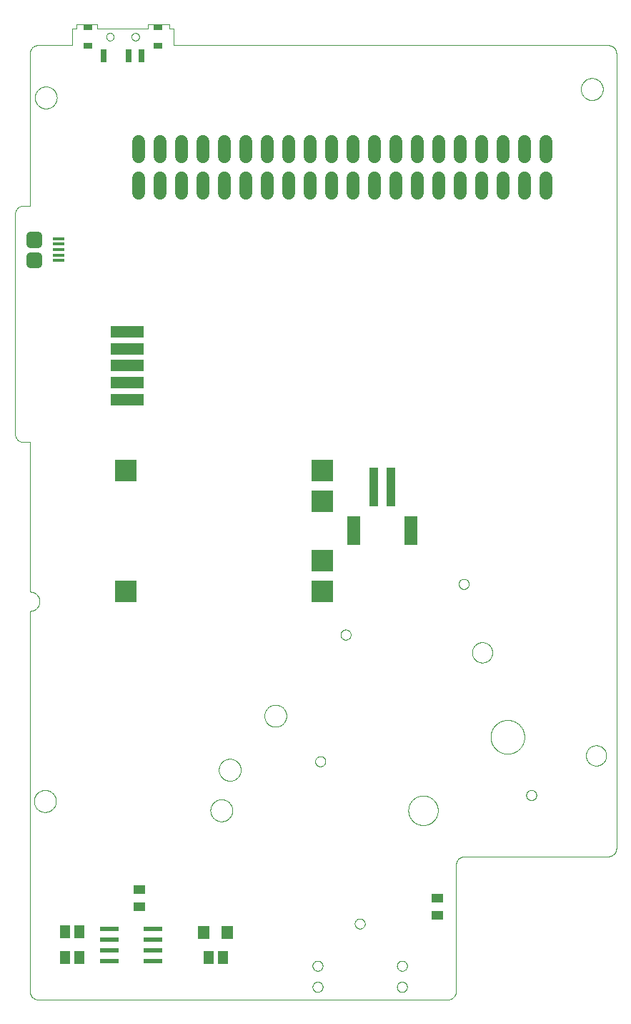
<source format=gbp>
G75*
%MOIN*%
%OFA0B0*%
%FSLAX25Y25*%
%IPPOS*%
%LPD*%
%AMOC8*
5,1,8,0,0,1.08239X$1,22.5*
%
%ADD10C,0.00000*%
%ADD11C,0.00039*%
%ADD12C,0.06000*%
%ADD13R,0.10000X0.10000*%
%ADD14R,0.03937X0.03150*%
%ADD15R,0.02756X0.05906*%
%ADD16R,0.08661X0.02362*%
%ADD17R,0.05118X0.05906*%
%ADD18R,0.15748X0.05512*%
%ADD19R,0.03937X0.18110*%
%ADD20R,0.06299X0.13386*%
%ADD21C,0.03740*%
%ADD22R,0.05315X0.01575*%
%ADD23R,0.05512X0.06299*%
%ADD24R,0.05512X0.04331*%
D10*
X0029320Y0023079D02*
X0029320Y0200244D01*
X0029453Y0200246D01*
X0029586Y0200252D01*
X0029718Y0200262D01*
X0029851Y0200275D01*
X0029982Y0200293D01*
X0030114Y0200314D01*
X0030244Y0200339D01*
X0030374Y0200368D01*
X0030503Y0200401D01*
X0030630Y0200438D01*
X0030757Y0200478D01*
X0030883Y0200522D01*
X0031007Y0200570D01*
X0031129Y0200621D01*
X0031250Y0200676D01*
X0031370Y0200735D01*
X0031487Y0200796D01*
X0031603Y0200862D01*
X0031717Y0200930D01*
X0031829Y0201002D01*
X0031938Y0201078D01*
X0032046Y0201156D01*
X0032151Y0201238D01*
X0032253Y0201322D01*
X0032353Y0201410D01*
X0032451Y0201500D01*
X0032545Y0201594D01*
X0032637Y0201690D01*
X0032726Y0201789D01*
X0032812Y0201890D01*
X0032895Y0201994D01*
X0032975Y0202100D01*
X0033052Y0202208D01*
X0033126Y0202319D01*
X0033196Y0202432D01*
X0033263Y0202546D01*
X0033327Y0202663D01*
X0033387Y0202782D01*
X0033444Y0202902D01*
X0033497Y0203024D01*
X0033546Y0203147D01*
X0033592Y0203272D01*
X0033635Y0203398D01*
X0033673Y0203525D01*
X0033708Y0203654D01*
X0033739Y0203783D01*
X0033766Y0203913D01*
X0033789Y0204044D01*
X0033809Y0204175D01*
X0033824Y0204308D01*
X0033836Y0204440D01*
X0033844Y0204573D01*
X0033848Y0204706D01*
X0033848Y0204838D01*
X0033844Y0204971D01*
X0033836Y0205104D01*
X0033824Y0205236D01*
X0033809Y0205369D01*
X0033789Y0205500D01*
X0033766Y0205631D01*
X0033739Y0205761D01*
X0033708Y0205890D01*
X0033673Y0206019D01*
X0033635Y0206146D01*
X0033592Y0206272D01*
X0033546Y0206397D01*
X0033497Y0206520D01*
X0033444Y0206642D01*
X0033387Y0206762D01*
X0033327Y0206881D01*
X0033263Y0206998D01*
X0033196Y0207112D01*
X0033126Y0207225D01*
X0033052Y0207336D01*
X0032975Y0207444D01*
X0032895Y0207550D01*
X0032812Y0207654D01*
X0032726Y0207755D01*
X0032637Y0207854D01*
X0032545Y0207950D01*
X0032451Y0208044D01*
X0032353Y0208134D01*
X0032253Y0208222D01*
X0032151Y0208306D01*
X0032046Y0208388D01*
X0031938Y0208466D01*
X0031829Y0208542D01*
X0031717Y0208614D01*
X0031603Y0208682D01*
X0031487Y0208748D01*
X0031370Y0208809D01*
X0031250Y0208868D01*
X0031129Y0208923D01*
X0031007Y0208974D01*
X0030883Y0209022D01*
X0030757Y0209066D01*
X0030630Y0209106D01*
X0030503Y0209143D01*
X0030374Y0209176D01*
X0030244Y0209205D01*
X0030114Y0209230D01*
X0029982Y0209251D01*
X0029851Y0209269D01*
X0029718Y0209282D01*
X0029586Y0209292D01*
X0029453Y0209298D01*
X0029320Y0209300D01*
X0029320Y0209299D02*
X0029320Y0278984D01*
X0026367Y0278984D01*
X0026243Y0278986D01*
X0026120Y0278992D01*
X0025996Y0279001D01*
X0025874Y0279015D01*
X0025751Y0279032D01*
X0025629Y0279054D01*
X0025508Y0279079D01*
X0025388Y0279108D01*
X0025269Y0279140D01*
X0025150Y0279177D01*
X0025033Y0279217D01*
X0024918Y0279260D01*
X0024803Y0279308D01*
X0024691Y0279359D01*
X0024580Y0279413D01*
X0024470Y0279471D01*
X0024363Y0279532D01*
X0024257Y0279597D01*
X0024154Y0279665D01*
X0024053Y0279736D01*
X0023954Y0279810D01*
X0023857Y0279887D01*
X0023763Y0279968D01*
X0023672Y0280051D01*
X0023583Y0280137D01*
X0023497Y0280226D01*
X0023414Y0280317D01*
X0023333Y0280411D01*
X0023256Y0280508D01*
X0023182Y0280607D01*
X0023111Y0280708D01*
X0023043Y0280811D01*
X0022978Y0280917D01*
X0022917Y0281024D01*
X0022859Y0281134D01*
X0022805Y0281245D01*
X0022754Y0281357D01*
X0022706Y0281472D01*
X0022663Y0281587D01*
X0022623Y0281704D01*
X0022586Y0281823D01*
X0022554Y0281942D01*
X0022525Y0282062D01*
X0022500Y0282183D01*
X0022478Y0282305D01*
X0022461Y0282428D01*
X0022447Y0282550D01*
X0022438Y0282674D01*
X0022432Y0282797D01*
X0022430Y0282921D01*
X0022430Y0385283D01*
X0022432Y0385407D01*
X0022438Y0385530D01*
X0022447Y0385654D01*
X0022461Y0385776D01*
X0022478Y0385899D01*
X0022500Y0386021D01*
X0022525Y0386142D01*
X0022554Y0386262D01*
X0022586Y0386381D01*
X0022623Y0386500D01*
X0022663Y0386617D01*
X0022706Y0386732D01*
X0022754Y0386847D01*
X0022805Y0386959D01*
X0022859Y0387070D01*
X0022917Y0387180D01*
X0022978Y0387287D01*
X0023043Y0387393D01*
X0023111Y0387496D01*
X0023182Y0387597D01*
X0023256Y0387696D01*
X0023333Y0387793D01*
X0023414Y0387887D01*
X0023497Y0387978D01*
X0023583Y0388067D01*
X0023672Y0388153D01*
X0023763Y0388236D01*
X0023857Y0388317D01*
X0023954Y0388394D01*
X0024053Y0388468D01*
X0024154Y0388539D01*
X0024257Y0388607D01*
X0024363Y0388672D01*
X0024470Y0388733D01*
X0024580Y0388791D01*
X0024691Y0388845D01*
X0024803Y0388896D01*
X0024918Y0388944D01*
X0025033Y0388987D01*
X0025150Y0389027D01*
X0025269Y0389064D01*
X0025388Y0389096D01*
X0025508Y0389125D01*
X0025629Y0389150D01*
X0025751Y0389172D01*
X0025874Y0389189D01*
X0025996Y0389203D01*
X0026120Y0389212D01*
X0026243Y0389218D01*
X0026367Y0389220D01*
X0029320Y0389220D01*
X0029320Y0460087D01*
X0029322Y0460211D01*
X0029328Y0460334D01*
X0029337Y0460458D01*
X0029351Y0460580D01*
X0029368Y0460703D01*
X0029390Y0460825D01*
X0029415Y0460946D01*
X0029444Y0461066D01*
X0029476Y0461185D01*
X0029513Y0461304D01*
X0029553Y0461421D01*
X0029596Y0461536D01*
X0029644Y0461651D01*
X0029695Y0461763D01*
X0029749Y0461874D01*
X0029807Y0461984D01*
X0029868Y0462091D01*
X0029933Y0462197D01*
X0030001Y0462300D01*
X0030072Y0462401D01*
X0030146Y0462500D01*
X0030223Y0462597D01*
X0030304Y0462691D01*
X0030387Y0462782D01*
X0030473Y0462871D01*
X0030562Y0462957D01*
X0030653Y0463040D01*
X0030747Y0463121D01*
X0030844Y0463198D01*
X0030943Y0463272D01*
X0031044Y0463343D01*
X0031147Y0463411D01*
X0031253Y0463476D01*
X0031360Y0463537D01*
X0031470Y0463595D01*
X0031581Y0463649D01*
X0031693Y0463700D01*
X0031808Y0463748D01*
X0031923Y0463791D01*
X0032040Y0463831D01*
X0032159Y0463868D01*
X0032278Y0463900D01*
X0032398Y0463929D01*
X0032519Y0463954D01*
X0032641Y0463976D01*
X0032764Y0463993D01*
X0032886Y0464007D01*
X0033010Y0464016D01*
X0033133Y0464022D01*
X0033257Y0464024D01*
X0049005Y0464024D01*
X0049005Y0471898D01*
X0050974Y0471898D01*
X0050974Y0473866D01*
X0060816Y0473866D01*
X0060816Y0471898D01*
X0084438Y0471898D01*
X0084438Y0473866D01*
X0094281Y0473866D01*
X0094281Y0471898D01*
X0096249Y0471898D01*
X0096249Y0464024D01*
X0299005Y0464024D01*
X0299129Y0464022D01*
X0299252Y0464016D01*
X0299376Y0464007D01*
X0299498Y0463993D01*
X0299621Y0463976D01*
X0299743Y0463954D01*
X0299864Y0463929D01*
X0299984Y0463900D01*
X0300103Y0463868D01*
X0300222Y0463831D01*
X0300339Y0463791D01*
X0300454Y0463748D01*
X0300569Y0463700D01*
X0300681Y0463649D01*
X0300792Y0463595D01*
X0300902Y0463537D01*
X0301009Y0463476D01*
X0301115Y0463411D01*
X0301218Y0463343D01*
X0301319Y0463272D01*
X0301418Y0463198D01*
X0301515Y0463121D01*
X0301609Y0463040D01*
X0301700Y0462957D01*
X0301789Y0462871D01*
X0301875Y0462782D01*
X0301958Y0462691D01*
X0302039Y0462597D01*
X0302116Y0462500D01*
X0302190Y0462401D01*
X0302261Y0462300D01*
X0302329Y0462197D01*
X0302394Y0462091D01*
X0302455Y0461984D01*
X0302513Y0461874D01*
X0302567Y0461763D01*
X0302618Y0461651D01*
X0302666Y0461536D01*
X0302709Y0461421D01*
X0302749Y0461304D01*
X0302786Y0461185D01*
X0302818Y0461066D01*
X0302847Y0460946D01*
X0302872Y0460825D01*
X0302894Y0460703D01*
X0302911Y0460580D01*
X0302925Y0460458D01*
X0302934Y0460334D01*
X0302940Y0460211D01*
X0302942Y0460087D01*
X0302942Y0089811D01*
X0302940Y0089687D01*
X0302934Y0089564D01*
X0302925Y0089440D01*
X0302911Y0089318D01*
X0302894Y0089195D01*
X0302872Y0089073D01*
X0302847Y0088952D01*
X0302818Y0088832D01*
X0302786Y0088713D01*
X0302749Y0088594D01*
X0302709Y0088477D01*
X0302666Y0088362D01*
X0302618Y0088247D01*
X0302567Y0088135D01*
X0302513Y0088024D01*
X0302455Y0087914D01*
X0302394Y0087807D01*
X0302329Y0087701D01*
X0302261Y0087598D01*
X0302190Y0087497D01*
X0302116Y0087398D01*
X0302039Y0087301D01*
X0301958Y0087207D01*
X0301875Y0087116D01*
X0301789Y0087027D01*
X0301700Y0086941D01*
X0301609Y0086858D01*
X0301515Y0086777D01*
X0301418Y0086700D01*
X0301319Y0086626D01*
X0301218Y0086555D01*
X0301115Y0086487D01*
X0301009Y0086422D01*
X0300902Y0086361D01*
X0300792Y0086303D01*
X0300681Y0086249D01*
X0300569Y0086198D01*
X0300454Y0086150D01*
X0300339Y0086107D01*
X0300222Y0086067D01*
X0300103Y0086030D01*
X0299984Y0085998D01*
X0299864Y0085969D01*
X0299743Y0085944D01*
X0299621Y0085922D01*
X0299498Y0085905D01*
X0299376Y0085891D01*
X0299252Y0085882D01*
X0299129Y0085876D01*
X0299005Y0085874D01*
X0232076Y0085874D01*
X0231952Y0085872D01*
X0231829Y0085866D01*
X0231705Y0085857D01*
X0231583Y0085843D01*
X0231460Y0085826D01*
X0231338Y0085804D01*
X0231217Y0085779D01*
X0231097Y0085750D01*
X0230978Y0085718D01*
X0230859Y0085681D01*
X0230742Y0085641D01*
X0230627Y0085598D01*
X0230512Y0085550D01*
X0230400Y0085499D01*
X0230289Y0085445D01*
X0230179Y0085387D01*
X0230072Y0085326D01*
X0229966Y0085261D01*
X0229863Y0085193D01*
X0229762Y0085122D01*
X0229663Y0085048D01*
X0229566Y0084971D01*
X0229472Y0084890D01*
X0229381Y0084807D01*
X0229292Y0084721D01*
X0229206Y0084632D01*
X0229123Y0084541D01*
X0229042Y0084447D01*
X0228965Y0084350D01*
X0228891Y0084251D01*
X0228820Y0084150D01*
X0228752Y0084047D01*
X0228687Y0083941D01*
X0228626Y0083834D01*
X0228568Y0083724D01*
X0228514Y0083613D01*
X0228463Y0083501D01*
X0228415Y0083386D01*
X0228372Y0083271D01*
X0228332Y0083154D01*
X0228295Y0083035D01*
X0228263Y0082916D01*
X0228234Y0082796D01*
X0228209Y0082675D01*
X0228187Y0082553D01*
X0228170Y0082430D01*
X0228156Y0082308D01*
X0228147Y0082184D01*
X0228141Y0082061D01*
X0228139Y0081937D01*
X0228139Y0023079D01*
X0228137Y0022955D01*
X0228131Y0022832D01*
X0228122Y0022708D01*
X0228108Y0022586D01*
X0228091Y0022463D01*
X0228069Y0022341D01*
X0228044Y0022220D01*
X0228015Y0022100D01*
X0227983Y0021981D01*
X0227946Y0021862D01*
X0227906Y0021745D01*
X0227863Y0021630D01*
X0227815Y0021515D01*
X0227764Y0021403D01*
X0227710Y0021292D01*
X0227652Y0021182D01*
X0227591Y0021075D01*
X0227526Y0020969D01*
X0227458Y0020866D01*
X0227387Y0020765D01*
X0227313Y0020666D01*
X0227236Y0020569D01*
X0227155Y0020475D01*
X0227072Y0020384D01*
X0226986Y0020295D01*
X0226897Y0020209D01*
X0226806Y0020126D01*
X0226712Y0020045D01*
X0226615Y0019968D01*
X0226516Y0019894D01*
X0226415Y0019823D01*
X0226312Y0019755D01*
X0226206Y0019690D01*
X0226099Y0019629D01*
X0225989Y0019571D01*
X0225878Y0019517D01*
X0225766Y0019466D01*
X0225651Y0019418D01*
X0225536Y0019375D01*
X0225419Y0019335D01*
X0225300Y0019298D01*
X0225181Y0019266D01*
X0225061Y0019237D01*
X0224940Y0019212D01*
X0224818Y0019190D01*
X0224695Y0019173D01*
X0224573Y0019159D01*
X0224449Y0019150D01*
X0224326Y0019144D01*
X0224202Y0019142D01*
X0033257Y0019142D01*
X0033133Y0019144D01*
X0033010Y0019150D01*
X0032886Y0019159D01*
X0032764Y0019173D01*
X0032641Y0019190D01*
X0032519Y0019212D01*
X0032398Y0019237D01*
X0032278Y0019266D01*
X0032159Y0019298D01*
X0032040Y0019335D01*
X0031923Y0019375D01*
X0031808Y0019418D01*
X0031693Y0019466D01*
X0031581Y0019517D01*
X0031470Y0019571D01*
X0031360Y0019629D01*
X0031253Y0019690D01*
X0031147Y0019755D01*
X0031044Y0019823D01*
X0030943Y0019894D01*
X0030844Y0019968D01*
X0030747Y0020045D01*
X0030653Y0020126D01*
X0030562Y0020209D01*
X0030473Y0020295D01*
X0030387Y0020384D01*
X0030304Y0020475D01*
X0030223Y0020569D01*
X0030146Y0020666D01*
X0030072Y0020765D01*
X0030001Y0020866D01*
X0029933Y0020969D01*
X0029868Y0021075D01*
X0029807Y0021182D01*
X0029749Y0021292D01*
X0029695Y0021403D01*
X0029644Y0021515D01*
X0029596Y0021630D01*
X0029553Y0021745D01*
X0029513Y0021862D01*
X0029476Y0021981D01*
X0029444Y0022100D01*
X0029415Y0022220D01*
X0029390Y0022341D01*
X0029368Y0022463D01*
X0029351Y0022586D01*
X0029337Y0022708D01*
X0029328Y0022832D01*
X0029322Y0022955D01*
X0029320Y0023079D01*
X0161210Y0025047D02*
X0161212Y0025144D01*
X0161218Y0025241D01*
X0161228Y0025337D01*
X0161242Y0025433D01*
X0161260Y0025529D01*
X0161281Y0025623D01*
X0161307Y0025717D01*
X0161336Y0025809D01*
X0161370Y0025900D01*
X0161406Y0025990D01*
X0161447Y0026078D01*
X0161491Y0026164D01*
X0161539Y0026249D01*
X0161590Y0026331D01*
X0161644Y0026412D01*
X0161702Y0026490D01*
X0161763Y0026565D01*
X0161826Y0026638D01*
X0161893Y0026709D01*
X0161963Y0026776D01*
X0162035Y0026841D01*
X0162110Y0026902D01*
X0162188Y0026961D01*
X0162267Y0027016D01*
X0162349Y0027068D01*
X0162433Y0027116D01*
X0162519Y0027161D01*
X0162607Y0027203D01*
X0162696Y0027241D01*
X0162787Y0027275D01*
X0162879Y0027305D01*
X0162972Y0027332D01*
X0163067Y0027354D01*
X0163162Y0027373D01*
X0163258Y0027388D01*
X0163354Y0027399D01*
X0163451Y0027406D01*
X0163548Y0027409D01*
X0163645Y0027408D01*
X0163742Y0027403D01*
X0163838Y0027394D01*
X0163934Y0027381D01*
X0164030Y0027364D01*
X0164125Y0027343D01*
X0164218Y0027319D01*
X0164311Y0027290D01*
X0164403Y0027258D01*
X0164493Y0027222D01*
X0164581Y0027183D01*
X0164668Y0027139D01*
X0164753Y0027093D01*
X0164836Y0027042D01*
X0164917Y0026989D01*
X0164995Y0026932D01*
X0165072Y0026872D01*
X0165145Y0026809D01*
X0165216Y0026743D01*
X0165284Y0026674D01*
X0165350Y0026602D01*
X0165412Y0026528D01*
X0165471Y0026451D01*
X0165527Y0026372D01*
X0165580Y0026290D01*
X0165630Y0026207D01*
X0165675Y0026121D01*
X0165718Y0026034D01*
X0165757Y0025945D01*
X0165792Y0025855D01*
X0165823Y0025763D01*
X0165850Y0025670D01*
X0165874Y0025576D01*
X0165894Y0025481D01*
X0165910Y0025385D01*
X0165922Y0025289D01*
X0165930Y0025192D01*
X0165934Y0025095D01*
X0165934Y0024999D01*
X0165930Y0024902D01*
X0165922Y0024805D01*
X0165910Y0024709D01*
X0165894Y0024613D01*
X0165874Y0024518D01*
X0165850Y0024424D01*
X0165823Y0024331D01*
X0165792Y0024239D01*
X0165757Y0024149D01*
X0165718Y0024060D01*
X0165675Y0023973D01*
X0165630Y0023887D01*
X0165580Y0023804D01*
X0165527Y0023722D01*
X0165471Y0023643D01*
X0165412Y0023566D01*
X0165350Y0023492D01*
X0165284Y0023420D01*
X0165216Y0023351D01*
X0165145Y0023285D01*
X0165072Y0023222D01*
X0164995Y0023162D01*
X0164917Y0023105D01*
X0164836Y0023052D01*
X0164753Y0023001D01*
X0164668Y0022955D01*
X0164581Y0022911D01*
X0164493Y0022872D01*
X0164403Y0022836D01*
X0164311Y0022804D01*
X0164218Y0022775D01*
X0164125Y0022751D01*
X0164030Y0022730D01*
X0163934Y0022713D01*
X0163838Y0022700D01*
X0163742Y0022691D01*
X0163645Y0022686D01*
X0163548Y0022685D01*
X0163451Y0022688D01*
X0163354Y0022695D01*
X0163258Y0022706D01*
X0163162Y0022721D01*
X0163067Y0022740D01*
X0162972Y0022762D01*
X0162879Y0022789D01*
X0162787Y0022819D01*
X0162696Y0022853D01*
X0162607Y0022891D01*
X0162519Y0022933D01*
X0162433Y0022978D01*
X0162349Y0023026D01*
X0162267Y0023078D01*
X0162188Y0023133D01*
X0162110Y0023192D01*
X0162035Y0023253D01*
X0161963Y0023318D01*
X0161893Y0023385D01*
X0161826Y0023456D01*
X0161763Y0023529D01*
X0161702Y0023604D01*
X0161644Y0023682D01*
X0161590Y0023763D01*
X0161539Y0023845D01*
X0161491Y0023930D01*
X0161447Y0024016D01*
X0161406Y0024104D01*
X0161370Y0024194D01*
X0161336Y0024285D01*
X0161307Y0024377D01*
X0161281Y0024471D01*
X0161260Y0024565D01*
X0161242Y0024661D01*
X0161228Y0024757D01*
X0161218Y0024853D01*
X0161212Y0024950D01*
X0161210Y0025047D01*
X0161210Y0034890D02*
X0161212Y0034987D01*
X0161218Y0035084D01*
X0161228Y0035180D01*
X0161242Y0035276D01*
X0161260Y0035372D01*
X0161281Y0035466D01*
X0161307Y0035560D01*
X0161336Y0035652D01*
X0161370Y0035743D01*
X0161406Y0035833D01*
X0161447Y0035921D01*
X0161491Y0036007D01*
X0161539Y0036092D01*
X0161590Y0036174D01*
X0161644Y0036255D01*
X0161702Y0036333D01*
X0161763Y0036408D01*
X0161826Y0036481D01*
X0161893Y0036552D01*
X0161963Y0036619D01*
X0162035Y0036684D01*
X0162110Y0036745D01*
X0162188Y0036804D01*
X0162267Y0036859D01*
X0162349Y0036911D01*
X0162433Y0036959D01*
X0162519Y0037004D01*
X0162607Y0037046D01*
X0162696Y0037084D01*
X0162787Y0037118D01*
X0162879Y0037148D01*
X0162972Y0037175D01*
X0163067Y0037197D01*
X0163162Y0037216D01*
X0163258Y0037231D01*
X0163354Y0037242D01*
X0163451Y0037249D01*
X0163548Y0037252D01*
X0163645Y0037251D01*
X0163742Y0037246D01*
X0163838Y0037237D01*
X0163934Y0037224D01*
X0164030Y0037207D01*
X0164125Y0037186D01*
X0164218Y0037162D01*
X0164311Y0037133D01*
X0164403Y0037101D01*
X0164493Y0037065D01*
X0164581Y0037026D01*
X0164668Y0036982D01*
X0164753Y0036936D01*
X0164836Y0036885D01*
X0164917Y0036832D01*
X0164995Y0036775D01*
X0165072Y0036715D01*
X0165145Y0036652D01*
X0165216Y0036586D01*
X0165284Y0036517D01*
X0165350Y0036445D01*
X0165412Y0036371D01*
X0165471Y0036294D01*
X0165527Y0036215D01*
X0165580Y0036133D01*
X0165630Y0036050D01*
X0165675Y0035964D01*
X0165718Y0035877D01*
X0165757Y0035788D01*
X0165792Y0035698D01*
X0165823Y0035606D01*
X0165850Y0035513D01*
X0165874Y0035419D01*
X0165894Y0035324D01*
X0165910Y0035228D01*
X0165922Y0035132D01*
X0165930Y0035035D01*
X0165934Y0034938D01*
X0165934Y0034842D01*
X0165930Y0034745D01*
X0165922Y0034648D01*
X0165910Y0034552D01*
X0165894Y0034456D01*
X0165874Y0034361D01*
X0165850Y0034267D01*
X0165823Y0034174D01*
X0165792Y0034082D01*
X0165757Y0033992D01*
X0165718Y0033903D01*
X0165675Y0033816D01*
X0165630Y0033730D01*
X0165580Y0033647D01*
X0165527Y0033565D01*
X0165471Y0033486D01*
X0165412Y0033409D01*
X0165350Y0033335D01*
X0165284Y0033263D01*
X0165216Y0033194D01*
X0165145Y0033128D01*
X0165072Y0033065D01*
X0164995Y0033005D01*
X0164917Y0032948D01*
X0164836Y0032895D01*
X0164753Y0032844D01*
X0164668Y0032798D01*
X0164581Y0032754D01*
X0164493Y0032715D01*
X0164403Y0032679D01*
X0164311Y0032647D01*
X0164218Y0032618D01*
X0164125Y0032594D01*
X0164030Y0032573D01*
X0163934Y0032556D01*
X0163838Y0032543D01*
X0163742Y0032534D01*
X0163645Y0032529D01*
X0163548Y0032528D01*
X0163451Y0032531D01*
X0163354Y0032538D01*
X0163258Y0032549D01*
X0163162Y0032564D01*
X0163067Y0032583D01*
X0162972Y0032605D01*
X0162879Y0032632D01*
X0162787Y0032662D01*
X0162696Y0032696D01*
X0162607Y0032734D01*
X0162519Y0032776D01*
X0162433Y0032821D01*
X0162349Y0032869D01*
X0162267Y0032921D01*
X0162188Y0032976D01*
X0162110Y0033035D01*
X0162035Y0033096D01*
X0161963Y0033161D01*
X0161893Y0033228D01*
X0161826Y0033299D01*
X0161763Y0033372D01*
X0161702Y0033447D01*
X0161644Y0033525D01*
X0161590Y0033606D01*
X0161539Y0033688D01*
X0161491Y0033773D01*
X0161447Y0033859D01*
X0161406Y0033947D01*
X0161370Y0034037D01*
X0161336Y0034128D01*
X0161307Y0034220D01*
X0161281Y0034314D01*
X0161260Y0034408D01*
X0161242Y0034504D01*
X0161228Y0034600D01*
X0161218Y0034696D01*
X0161212Y0034793D01*
X0161210Y0034890D01*
X0180895Y0054575D02*
X0180897Y0054672D01*
X0180903Y0054769D01*
X0180913Y0054865D01*
X0180927Y0054961D01*
X0180945Y0055057D01*
X0180966Y0055151D01*
X0180992Y0055245D01*
X0181021Y0055337D01*
X0181055Y0055428D01*
X0181091Y0055518D01*
X0181132Y0055606D01*
X0181176Y0055692D01*
X0181224Y0055777D01*
X0181275Y0055859D01*
X0181329Y0055940D01*
X0181387Y0056018D01*
X0181448Y0056093D01*
X0181511Y0056166D01*
X0181578Y0056237D01*
X0181648Y0056304D01*
X0181720Y0056369D01*
X0181795Y0056430D01*
X0181873Y0056489D01*
X0181952Y0056544D01*
X0182034Y0056596D01*
X0182118Y0056644D01*
X0182204Y0056689D01*
X0182292Y0056731D01*
X0182381Y0056769D01*
X0182472Y0056803D01*
X0182564Y0056833D01*
X0182657Y0056860D01*
X0182752Y0056882D01*
X0182847Y0056901D01*
X0182943Y0056916D01*
X0183039Y0056927D01*
X0183136Y0056934D01*
X0183233Y0056937D01*
X0183330Y0056936D01*
X0183427Y0056931D01*
X0183523Y0056922D01*
X0183619Y0056909D01*
X0183715Y0056892D01*
X0183810Y0056871D01*
X0183903Y0056847D01*
X0183996Y0056818D01*
X0184088Y0056786D01*
X0184178Y0056750D01*
X0184266Y0056711D01*
X0184353Y0056667D01*
X0184438Y0056621D01*
X0184521Y0056570D01*
X0184602Y0056517D01*
X0184680Y0056460D01*
X0184757Y0056400D01*
X0184830Y0056337D01*
X0184901Y0056271D01*
X0184969Y0056202D01*
X0185035Y0056130D01*
X0185097Y0056056D01*
X0185156Y0055979D01*
X0185212Y0055900D01*
X0185265Y0055818D01*
X0185315Y0055735D01*
X0185360Y0055649D01*
X0185403Y0055562D01*
X0185442Y0055473D01*
X0185477Y0055383D01*
X0185508Y0055291D01*
X0185535Y0055198D01*
X0185559Y0055104D01*
X0185579Y0055009D01*
X0185595Y0054913D01*
X0185607Y0054817D01*
X0185615Y0054720D01*
X0185619Y0054623D01*
X0185619Y0054527D01*
X0185615Y0054430D01*
X0185607Y0054333D01*
X0185595Y0054237D01*
X0185579Y0054141D01*
X0185559Y0054046D01*
X0185535Y0053952D01*
X0185508Y0053859D01*
X0185477Y0053767D01*
X0185442Y0053677D01*
X0185403Y0053588D01*
X0185360Y0053501D01*
X0185315Y0053415D01*
X0185265Y0053332D01*
X0185212Y0053250D01*
X0185156Y0053171D01*
X0185097Y0053094D01*
X0185035Y0053020D01*
X0184969Y0052948D01*
X0184901Y0052879D01*
X0184830Y0052813D01*
X0184757Y0052750D01*
X0184680Y0052690D01*
X0184602Y0052633D01*
X0184521Y0052580D01*
X0184438Y0052529D01*
X0184353Y0052483D01*
X0184266Y0052439D01*
X0184178Y0052400D01*
X0184088Y0052364D01*
X0183996Y0052332D01*
X0183903Y0052303D01*
X0183810Y0052279D01*
X0183715Y0052258D01*
X0183619Y0052241D01*
X0183523Y0052228D01*
X0183427Y0052219D01*
X0183330Y0052214D01*
X0183233Y0052213D01*
X0183136Y0052216D01*
X0183039Y0052223D01*
X0182943Y0052234D01*
X0182847Y0052249D01*
X0182752Y0052268D01*
X0182657Y0052290D01*
X0182564Y0052317D01*
X0182472Y0052347D01*
X0182381Y0052381D01*
X0182292Y0052419D01*
X0182204Y0052461D01*
X0182118Y0052506D01*
X0182034Y0052554D01*
X0181952Y0052606D01*
X0181873Y0052661D01*
X0181795Y0052720D01*
X0181720Y0052781D01*
X0181648Y0052846D01*
X0181578Y0052913D01*
X0181511Y0052984D01*
X0181448Y0053057D01*
X0181387Y0053132D01*
X0181329Y0053210D01*
X0181275Y0053291D01*
X0181224Y0053373D01*
X0181176Y0053458D01*
X0181132Y0053544D01*
X0181091Y0053632D01*
X0181055Y0053722D01*
X0181021Y0053813D01*
X0180992Y0053905D01*
X0180966Y0053999D01*
X0180945Y0054093D01*
X0180927Y0054189D01*
X0180913Y0054285D01*
X0180903Y0054381D01*
X0180897Y0054478D01*
X0180895Y0054575D01*
X0200580Y0034890D02*
X0200582Y0034987D01*
X0200588Y0035084D01*
X0200598Y0035180D01*
X0200612Y0035276D01*
X0200630Y0035372D01*
X0200651Y0035466D01*
X0200677Y0035560D01*
X0200706Y0035652D01*
X0200740Y0035743D01*
X0200776Y0035833D01*
X0200817Y0035921D01*
X0200861Y0036007D01*
X0200909Y0036092D01*
X0200960Y0036174D01*
X0201014Y0036255D01*
X0201072Y0036333D01*
X0201133Y0036408D01*
X0201196Y0036481D01*
X0201263Y0036552D01*
X0201333Y0036619D01*
X0201405Y0036684D01*
X0201480Y0036745D01*
X0201558Y0036804D01*
X0201637Y0036859D01*
X0201719Y0036911D01*
X0201803Y0036959D01*
X0201889Y0037004D01*
X0201977Y0037046D01*
X0202066Y0037084D01*
X0202157Y0037118D01*
X0202249Y0037148D01*
X0202342Y0037175D01*
X0202437Y0037197D01*
X0202532Y0037216D01*
X0202628Y0037231D01*
X0202724Y0037242D01*
X0202821Y0037249D01*
X0202918Y0037252D01*
X0203015Y0037251D01*
X0203112Y0037246D01*
X0203208Y0037237D01*
X0203304Y0037224D01*
X0203400Y0037207D01*
X0203495Y0037186D01*
X0203588Y0037162D01*
X0203681Y0037133D01*
X0203773Y0037101D01*
X0203863Y0037065D01*
X0203951Y0037026D01*
X0204038Y0036982D01*
X0204123Y0036936D01*
X0204206Y0036885D01*
X0204287Y0036832D01*
X0204365Y0036775D01*
X0204442Y0036715D01*
X0204515Y0036652D01*
X0204586Y0036586D01*
X0204654Y0036517D01*
X0204720Y0036445D01*
X0204782Y0036371D01*
X0204841Y0036294D01*
X0204897Y0036215D01*
X0204950Y0036133D01*
X0205000Y0036050D01*
X0205045Y0035964D01*
X0205088Y0035877D01*
X0205127Y0035788D01*
X0205162Y0035698D01*
X0205193Y0035606D01*
X0205220Y0035513D01*
X0205244Y0035419D01*
X0205264Y0035324D01*
X0205280Y0035228D01*
X0205292Y0035132D01*
X0205300Y0035035D01*
X0205304Y0034938D01*
X0205304Y0034842D01*
X0205300Y0034745D01*
X0205292Y0034648D01*
X0205280Y0034552D01*
X0205264Y0034456D01*
X0205244Y0034361D01*
X0205220Y0034267D01*
X0205193Y0034174D01*
X0205162Y0034082D01*
X0205127Y0033992D01*
X0205088Y0033903D01*
X0205045Y0033816D01*
X0205000Y0033730D01*
X0204950Y0033647D01*
X0204897Y0033565D01*
X0204841Y0033486D01*
X0204782Y0033409D01*
X0204720Y0033335D01*
X0204654Y0033263D01*
X0204586Y0033194D01*
X0204515Y0033128D01*
X0204442Y0033065D01*
X0204365Y0033005D01*
X0204287Y0032948D01*
X0204206Y0032895D01*
X0204123Y0032844D01*
X0204038Y0032798D01*
X0203951Y0032754D01*
X0203863Y0032715D01*
X0203773Y0032679D01*
X0203681Y0032647D01*
X0203588Y0032618D01*
X0203495Y0032594D01*
X0203400Y0032573D01*
X0203304Y0032556D01*
X0203208Y0032543D01*
X0203112Y0032534D01*
X0203015Y0032529D01*
X0202918Y0032528D01*
X0202821Y0032531D01*
X0202724Y0032538D01*
X0202628Y0032549D01*
X0202532Y0032564D01*
X0202437Y0032583D01*
X0202342Y0032605D01*
X0202249Y0032632D01*
X0202157Y0032662D01*
X0202066Y0032696D01*
X0201977Y0032734D01*
X0201889Y0032776D01*
X0201803Y0032821D01*
X0201719Y0032869D01*
X0201637Y0032921D01*
X0201558Y0032976D01*
X0201480Y0033035D01*
X0201405Y0033096D01*
X0201333Y0033161D01*
X0201263Y0033228D01*
X0201196Y0033299D01*
X0201133Y0033372D01*
X0201072Y0033447D01*
X0201014Y0033525D01*
X0200960Y0033606D01*
X0200909Y0033688D01*
X0200861Y0033773D01*
X0200817Y0033859D01*
X0200776Y0033947D01*
X0200740Y0034037D01*
X0200706Y0034128D01*
X0200677Y0034220D01*
X0200651Y0034314D01*
X0200630Y0034408D01*
X0200612Y0034504D01*
X0200598Y0034600D01*
X0200588Y0034696D01*
X0200582Y0034793D01*
X0200580Y0034890D01*
X0200580Y0025047D02*
X0200582Y0025144D01*
X0200588Y0025241D01*
X0200598Y0025337D01*
X0200612Y0025433D01*
X0200630Y0025529D01*
X0200651Y0025623D01*
X0200677Y0025717D01*
X0200706Y0025809D01*
X0200740Y0025900D01*
X0200776Y0025990D01*
X0200817Y0026078D01*
X0200861Y0026164D01*
X0200909Y0026249D01*
X0200960Y0026331D01*
X0201014Y0026412D01*
X0201072Y0026490D01*
X0201133Y0026565D01*
X0201196Y0026638D01*
X0201263Y0026709D01*
X0201333Y0026776D01*
X0201405Y0026841D01*
X0201480Y0026902D01*
X0201558Y0026961D01*
X0201637Y0027016D01*
X0201719Y0027068D01*
X0201803Y0027116D01*
X0201889Y0027161D01*
X0201977Y0027203D01*
X0202066Y0027241D01*
X0202157Y0027275D01*
X0202249Y0027305D01*
X0202342Y0027332D01*
X0202437Y0027354D01*
X0202532Y0027373D01*
X0202628Y0027388D01*
X0202724Y0027399D01*
X0202821Y0027406D01*
X0202918Y0027409D01*
X0203015Y0027408D01*
X0203112Y0027403D01*
X0203208Y0027394D01*
X0203304Y0027381D01*
X0203400Y0027364D01*
X0203495Y0027343D01*
X0203588Y0027319D01*
X0203681Y0027290D01*
X0203773Y0027258D01*
X0203863Y0027222D01*
X0203951Y0027183D01*
X0204038Y0027139D01*
X0204123Y0027093D01*
X0204206Y0027042D01*
X0204287Y0026989D01*
X0204365Y0026932D01*
X0204442Y0026872D01*
X0204515Y0026809D01*
X0204586Y0026743D01*
X0204654Y0026674D01*
X0204720Y0026602D01*
X0204782Y0026528D01*
X0204841Y0026451D01*
X0204897Y0026372D01*
X0204950Y0026290D01*
X0205000Y0026207D01*
X0205045Y0026121D01*
X0205088Y0026034D01*
X0205127Y0025945D01*
X0205162Y0025855D01*
X0205193Y0025763D01*
X0205220Y0025670D01*
X0205244Y0025576D01*
X0205264Y0025481D01*
X0205280Y0025385D01*
X0205292Y0025289D01*
X0205300Y0025192D01*
X0205304Y0025095D01*
X0205304Y0024999D01*
X0205300Y0024902D01*
X0205292Y0024805D01*
X0205280Y0024709D01*
X0205264Y0024613D01*
X0205244Y0024518D01*
X0205220Y0024424D01*
X0205193Y0024331D01*
X0205162Y0024239D01*
X0205127Y0024149D01*
X0205088Y0024060D01*
X0205045Y0023973D01*
X0205000Y0023887D01*
X0204950Y0023804D01*
X0204897Y0023722D01*
X0204841Y0023643D01*
X0204782Y0023566D01*
X0204720Y0023492D01*
X0204654Y0023420D01*
X0204586Y0023351D01*
X0204515Y0023285D01*
X0204442Y0023222D01*
X0204365Y0023162D01*
X0204287Y0023105D01*
X0204206Y0023052D01*
X0204123Y0023001D01*
X0204038Y0022955D01*
X0203951Y0022911D01*
X0203863Y0022872D01*
X0203773Y0022836D01*
X0203681Y0022804D01*
X0203588Y0022775D01*
X0203495Y0022751D01*
X0203400Y0022730D01*
X0203304Y0022713D01*
X0203208Y0022700D01*
X0203112Y0022691D01*
X0203015Y0022686D01*
X0202918Y0022685D01*
X0202821Y0022688D01*
X0202724Y0022695D01*
X0202628Y0022706D01*
X0202532Y0022721D01*
X0202437Y0022740D01*
X0202342Y0022762D01*
X0202249Y0022789D01*
X0202157Y0022819D01*
X0202066Y0022853D01*
X0201977Y0022891D01*
X0201889Y0022933D01*
X0201803Y0022978D01*
X0201719Y0023026D01*
X0201637Y0023078D01*
X0201558Y0023133D01*
X0201480Y0023192D01*
X0201405Y0023253D01*
X0201333Y0023318D01*
X0201263Y0023385D01*
X0201196Y0023456D01*
X0201133Y0023529D01*
X0201072Y0023604D01*
X0201014Y0023682D01*
X0200960Y0023763D01*
X0200909Y0023845D01*
X0200861Y0023930D01*
X0200817Y0024016D01*
X0200776Y0024104D01*
X0200740Y0024194D01*
X0200706Y0024285D01*
X0200677Y0024377D01*
X0200651Y0024471D01*
X0200630Y0024565D01*
X0200612Y0024661D01*
X0200598Y0024757D01*
X0200588Y0024853D01*
X0200582Y0024950D01*
X0200580Y0025047D01*
X0260895Y0114457D02*
X0260897Y0114554D01*
X0260903Y0114651D01*
X0260913Y0114747D01*
X0260927Y0114843D01*
X0260945Y0114939D01*
X0260966Y0115033D01*
X0260992Y0115127D01*
X0261021Y0115219D01*
X0261055Y0115310D01*
X0261091Y0115400D01*
X0261132Y0115488D01*
X0261176Y0115574D01*
X0261224Y0115659D01*
X0261275Y0115741D01*
X0261329Y0115822D01*
X0261387Y0115900D01*
X0261448Y0115975D01*
X0261511Y0116048D01*
X0261578Y0116119D01*
X0261648Y0116186D01*
X0261720Y0116251D01*
X0261795Y0116312D01*
X0261873Y0116371D01*
X0261952Y0116426D01*
X0262034Y0116478D01*
X0262118Y0116526D01*
X0262204Y0116571D01*
X0262292Y0116613D01*
X0262381Y0116651D01*
X0262472Y0116685D01*
X0262564Y0116715D01*
X0262657Y0116742D01*
X0262752Y0116764D01*
X0262847Y0116783D01*
X0262943Y0116798D01*
X0263039Y0116809D01*
X0263136Y0116816D01*
X0263233Y0116819D01*
X0263330Y0116818D01*
X0263427Y0116813D01*
X0263523Y0116804D01*
X0263619Y0116791D01*
X0263715Y0116774D01*
X0263810Y0116753D01*
X0263903Y0116729D01*
X0263996Y0116700D01*
X0264088Y0116668D01*
X0264178Y0116632D01*
X0264266Y0116593D01*
X0264353Y0116549D01*
X0264438Y0116503D01*
X0264521Y0116452D01*
X0264602Y0116399D01*
X0264680Y0116342D01*
X0264757Y0116282D01*
X0264830Y0116219D01*
X0264901Y0116153D01*
X0264969Y0116084D01*
X0265035Y0116012D01*
X0265097Y0115938D01*
X0265156Y0115861D01*
X0265212Y0115782D01*
X0265265Y0115700D01*
X0265315Y0115617D01*
X0265360Y0115531D01*
X0265403Y0115444D01*
X0265442Y0115355D01*
X0265477Y0115265D01*
X0265508Y0115173D01*
X0265535Y0115080D01*
X0265559Y0114986D01*
X0265579Y0114891D01*
X0265595Y0114795D01*
X0265607Y0114699D01*
X0265615Y0114602D01*
X0265619Y0114505D01*
X0265619Y0114409D01*
X0265615Y0114312D01*
X0265607Y0114215D01*
X0265595Y0114119D01*
X0265579Y0114023D01*
X0265559Y0113928D01*
X0265535Y0113834D01*
X0265508Y0113741D01*
X0265477Y0113649D01*
X0265442Y0113559D01*
X0265403Y0113470D01*
X0265360Y0113383D01*
X0265315Y0113297D01*
X0265265Y0113214D01*
X0265212Y0113132D01*
X0265156Y0113053D01*
X0265097Y0112976D01*
X0265035Y0112902D01*
X0264969Y0112830D01*
X0264901Y0112761D01*
X0264830Y0112695D01*
X0264757Y0112632D01*
X0264680Y0112572D01*
X0264602Y0112515D01*
X0264521Y0112462D01*
X0264438Y0112411D01*
X0264353Y0112365D01*
X0264266Y0112321D01*
X0264178Y0112282D01*
X0264088Y0112246D01*
X0263996Y0112214D01*
X0263903Y0112185D01*
X0263810Y0112161D01*
X0263715Y0112140D01*
X0263619Y0112123D01*
X0263523Y0112110D01*
X0263427Y0112101D01*
X0263330Y0112096D01*
X0263233Y0112095D01*
X0263136Y0112098D01*
X0263039Y0112105D01*
X0262943Y0112116D01*
X0262847Y0112131D01*
X0262752Y0112150D01*
X0262657Y0112172D01*
X0262564Y0112199D01*
X0262472Y0112229D01*
X0262381Y0112263D01*
X0262292Y0112301D01*
X0262204Y0112343D01*
X0262118Y0112388D01*
X0262034Y0112436D01*
X0261952Y0112488D01*
X0261873Y0112543D01*
X0261795Y0112602D01*
X0261720Y0112663D01*
X0261648Y0112728D01*
X0261578Y0112795D01*
X0261511Y0112866D01*
X0261448Y0112939D01*
X0261387Y0113014D01*
X0261329Y0113092D01*
X0261275Y0113173D01*
X0261224Y0113255D01*
X0261176Y0113340D01*
X0261132Y0113426D01*
X0261091Y0113514D01*
X0261055Y0113604D01*
X0261021Y0113695D01*
X0260992Y0113787D01*
X0260966Y0113881D01*
X0260945Y0113975D01*
X0260927Y0114071D01*
X0260913Y0114167D01*
X0260903Y0114263D01*
X0260897Y0114360D01*
X0260895Y0114457D01*
X0229399Y0212882D02*
X0229401Y0212979D01*
X0229407Y0213076D01*
X0229417Y0213172D01*
X0229431Y0213268D01*
X0229449Y0213364D01*
X0229470Y0213458D01*
X0229496Y0213552D01*
X0229525Y0213644D01*
X0229559Y0213735D01*
X0229595Y0213825D01*
X0229636Y0213913D01*
X0229680Y0213999D01*
X0229728Y0214084D01*
X0229779Y0214166D01*
X0229833Y0214247D01*
X0229891Y0214325D01*
X0229952Y0214400D01*
X0230015Y0214473D01*
X0230082Y0214544D01*
X0230152Y0214611D01*
X0230224Y0214676D01*
X0230299Y0214737D01*
X0230377Y0214796D01*
X0230456Y0214851D01*
X0230538Y0214903D01*
X0230622Y0214951D01*
X0230708Y0214996D01*
X0230796Y0215038D01*
X0230885Y0215076D01*
X0230976Y0215110D01*
X0231068Y0215140D01*
X0231161Y0215167D01*
X0231256Y0215189D01*
X0231351Y0215208D01*
X0231447Y0215223D01*
X0231543Y0215234D01*
X0231640Y0215241D01*
X0231737Y0215244D01*
X0231834Y0215243D01*
X0231931Y0215238D01*
X0232027Y0215229D01*
X0232123Y0215216D01*
X0232219Y0215199D01*
X0232314Y0215178D01*
X0232407Y0215154D01*
X0232500Y0215125D01*
X0232592Y0215093D01*
X0232682Y0215057D01*
X0232770Y0215018D01*
X0232857Y0214974D01*
X0232942Y0214928D01*
X0233025Y0214877D01*
X0233106Y0214824D01*
X0233184Y0214767D01*
X0233261Y0214707D01*
X0233334Y0214644D01*
X0233405Y0214578D01*
X0233473Y0214509D01*
X0233539Y0214437D01*
X0233601Y0214363D01*
X0233660Y0214286D01*
X0233716Y0214207D01*
X0233769Y0214125D01*
X0233819Y0214042D01*
X0233864Y0213956D01*
X0233907Y0213869D01*
X0233946Y0213780D01*
X0233981Y0213690D01*
X0234012Y0213598D01*
X0234039Y0213505D01*
X0234063Y0213411D01*
X0234083Y0213316D01*
X0234099Y0213220D01*
X0234111Y0213124D01*
X0234119Y0213027D01*
X0234123Y0212930D01*
X0234123Y0212834D01*
X0234119Y0212737D01*
X0234111Y0212640D01*
X0234099Y0212544D01*
X0234083Y0212448D01*
X0234063Y0212353D01*
X0234039Y0212259D01*
X0234012Y0212166D01*
X0233981Y0212074D01*
X0233946Y0211984D01*
X0233907Y0211895D01*
X0233864Y0211808D01*
X0233819Y0211722D01*
X0233769Y0211639D01*
X0233716Y0211557D01*
X0233660Y0211478D01*
X0233601Y0211401D01*
X0233539Y0211327D01*
X0233473Y0211255D01*
X0233405Y0211186D01*
X0233334Y0211120D01*
X0233261Y0211057D01*
X0233184Y0210997D01*
X0233106Y0210940D01*
X0233025Y0210887D01*
X0232942Y0210836D01*
X0232857Y0210790D01*
X0232770Y0210746D01*
X0232682Y0210707D01*
X0232592Y0210671D01*
X0232500Y0210639D01*
X0232407Y0210610D01*
X0232314Y0210586D01*
X0232219Y0210565D01*
X0232123Y0210548D01*
X0232027Y0210535D01*
X0231931Y0210526D01*
X0231834Y0210521D01*
X0231737Y0210520D01*
X0231640Y0210523D01*
X0231543Y0210530D01*
X0231447Y0210541D01*
X0231351Y0210556D01*
X0231256Y0210575D01*
X0231161Y0210597D01*
X0231068Y0210624D01*
X0230976Y0210654D01*
X0230885Y0210688D01*
X0230796Y0210726D01*
X0230708Y0210768D01*
X0230622Y0210813D01*
X0230538Y0210861D01*
X0230456Y0210913D01*
X0230377Y0210968D01*
X0230299Y0211027D01*
X0230224Y0211088D01*
X0230152Y0211153D01*
X0230082Y0211220D01*
X0230015Y0211291D01*
X0229952Y0211364D01*
X0229891Y0211439D01*
X0229833Y0211517D01*
X0229779Y0211598D01*
X0229728Y0211680D01*
X0229680Y0211765D01*
X0229636Y0211851D01*
X0229595Y0211939D01*
X0229559Y0212029D01*
X0229525Y0212120D01*
X0229496Y0212212D01*
X0229470Y0212306D01*
X0229449Y0212400D01*
X0229431Y0212496D01*
X0229417Y0212592D01*
X0229407Y0212688D01*
X0229401Y0212785D01*
X0229399Y0212882D01*
X0174281Y0189260D02*
X0174283Y0189357D01*
X0174289Y0189454D01*
X0174299Y0189550D01*
X0174313Y0189646D01*
X0174331Y0189742D01*
X0174352Y0189836D01*
X0174378Y0189930D01*
X0174407Y0190022D01*
X0174441Y0190113D01*
X0174477Y0190203D01*
X0174518Y0190291D01*
X0174562Y0190377D01*
X0174610Y0190462D01*
X0174661Y0190544D01*
X0174715Y0190625D01*
X0174773Y0190703D01*
X0174834Y0190778D01*
X0174897Y0190851D01*
X0174964Y0190922D01*
X0175034Y0190989D01*
X0175106Y0191054D01*
X0175181Y0191115D01*
X0175259Y0191174D01*
X0175338Y0191229D01*
X0175420Y0191281D01*
X0175504Y0191329D01*
X0175590Y0191374D01*
X0175678Y0191416D01*
X0175767Y0191454D01*
X0175858Y0191488D01*
X0175950Y0191518D01*
X0176043Y0191545D01*
X0176138Y0191567D01*
X0176233Y0191586D01*
X0176329Y0191601D01*
X0176425Y0191612D01*
X0176522Y0191619D01*
X0176619Y0191622D01*
X0176716Y0191621D01*
X0176813Y0191616D01*
X0176909Y0191607D01*
X0177005Y0191594D01*
X0177101Y0191577D01*
X0177196Y0191556D01*
X0177289Y0191532D01*
X0177382Y0191503D01*
X0177474Y0191471D01*
X0177564Y0191435D01*
X0177652Y0191396D01*
X0177739Y0191352D01*
X0177824Y0191306D01*
X0177907Y0191255D01*
X0177988Y0191202D01*
X0178066Y0191145D01*
X0178143Y0191085D01*
X0178216Y0191022D01*
X0178287Y0190956D01*
X0178355Y0190887D01*
X0178421Y0190815D01*
X0178483Y0190741D01*
X0178542Y0190664D01*
X0178598Y0190585D01*
X0178651Y0190503D01*
X0178701Y0190420D01*
X0178746Y0190334D01*
X0178789Y0190247D01*
X0178828Y0190158D01*
X0178863Y0190068D01*
X0178894Y0189976D01*
X0178921Y0189883D01*
X0178945Y0189789D01*
X0178965Y0189694D01*
X0178981Y0189598D01*
X0178993Y0189502D01*
X0179001Y0189405D01*
X0179005Y0189308D01*
X0179005Y0189212D01*
X0179001Y0189115D01*
X0178993Y0189018D01*
X0178981Y0188922D01*
X0178965Y0188826D01*
X0178945Y0188731D01*
X0178921Y0188637D01*
X0178894Y0188544D01*
X0178863Y0188452D01*
X0178828Y0188362D01*
X0178789Y0188273D01*
X0178746Y0188186D01*
X0178701Y0188100D01*
X0178651Y0188017D01*
X0178598Y0187935D01*
X0178542Y0187856D01*
X0178483Y0187779D01*
X0178421Y0187705D01*
X0178355Y0187633D01*
X0178287Y0187564D01*
X0178216Y0187498D01*
X0178143Y0187435D01*
X0178066Y0187375D01*
X0177988Y0187318D01*
X0177907Y0187265D01*
X0177824Y0187214D01*
X0177739Y0187168D01*
X0177652Y0187124D01*
X0177564Y0187085D01*
X0177474Y0187049D01*
X0177382Y0187017D01*
X0177289Y0186988D01*
X0177196Y0186964D01*
X0177101Y0186943D01*
X0177005Y0186926D01*
X0176909Y0186913D01*
X0176813Y0186904D01*
X0176716Y0186899D01*
X0176619Y0186898D01*
X0176522Y0186901D01*
X0176425Y0186908D01*
X0176329Y0186919D01*
X0176233Y0186934D01*
X0176138Y0186953D01*
X0176043Y0186975D01*
X0175950Y0187002D01*
X0175858Y0187032D01*
X0175767Y0187066D01*
X0175678Y0187104D01*
X0175590Y0187146D01*
X0175504Y0187191D01*
X0175420Y0187239D01*
X0175338Y0187291D01*
X0175259Y0187346D01*
X0175181Y0187405D01*
X0175106Y0187466D01*
X0175034Y0187531D01*
X0174964Y0187598D01*
X0174897Y0187669D01*
X0174834Y0187742D01*
X0174773Y0187817D01*
X0174715Y0187895D01*
X0174661Y0187976D01*
X0174610Y0188058D01*
X0174562Y0188143D01*
X0174518Y0188229D01*
X0174477Y0188317D01*
X0174441Y0188407D01*
X0174407Y0188498D01*
X0174378Y0188590D01*
X0174352Y0188684D01*
X0174331Y0188778D01*
X0174313Y0188874D01*
X0174299Y0188970D01*
X0174289Y0189066D01*
X0174283Y0189163D01*
X0174281Y0189260D01*
X0162470Y0130205D02*
X0162472Y0130302D01*
X0162478Y0130399D01*
X0162488Y0130495D01*
X0162502Y0130591D01*
X0162520Y0130687D01*
X0162541Y0130781D01*
X0162567Y0130875D01*
X0162596Y0130967D01*
X0162630Y0131058D01*
X0162666Y0131148D01*
X0162707Y0131236D01*
X0162751Y0131322D01*
X0162799Y0131407D01*
X0162850Y0131489D01*
X0162904Y0131570D01*
X0162962Y0131648D01*
X0163023Y0131723D01*
X0163086Y0131796D01*
X0163153Y0131867D01*
X0163223Y0131934D01*
X0163295Y0131999D01*
X0163370Y0132060D01*
X0163448Y0132119D01*
X0163527Y0132174D01*
X0163609Y0132226D01*
X0163693Y0132274D01*
X0163779Y0132319D01*
X0163867Y0132361D01*
X0163956Y0132399D01*
X0164047Y0132433D01*
X0164139Y0132463D01*
X0164232Y0132490D01*
X0164327Y0132512D01*
X0164422Y0132531D01*
X0164518Y0132546D01*
X0164614Y0132557D01*
X0164711Y0132564D01*
X0164808Y0132567D01*
X0164905Y0132566D01*
X0165002Y0132561D01*
X0165098Y0132552D01*
X0165194Y0132539D01*
X0165290Y0132522D01*
X0165385Y0132501D01*
X0165478Y0132477D01*
X0165571Y0132448D01*
X0165663Y0132416D01*
X0165753Y0132380D01*
X0165841Y0132341D01*
X0165928Y0132297D01*
X0166013Y0132251D01*
X0166096Y0132200D01*
X0166177Y0132147D01*
X0166255Y0132090D01*
X0166332Y0132030D01*
X0166405Y0131967D01*
X0166476Y0131901D01*
X0166544Y0131832D01*
X0166610Y0131760D01*
X0166672Y0131686D01*
X0166731Y0131609D01*
X0166787Y0131530D01*
X0166840Y0131448D01*
X0166890Y0131365D01*
X0166935Y0131279D01*
X0166978Y0131192D01*
X0167017Y0131103D01*
X0167052Y0131013D01*
X0167083Y0130921D01*
X0167110Y0130828D01*
X0167134Y0130734D01*
X0167154Y0130639D01*
X0167170Y0130543D01*
X0167182Y0130447D01*
X0167190Y0130350D01*
X0167194Y0130253D01*
X0167194Y0130157D01*
X0167190Y0130060D01*
X0167182Y0129963D01*
X0167170Y0129867D01*
X0167154Y0129771D01*
X0167134Y0129676D01*
X0167110Y0129582D01*
X0167083Y0129489D01*
X0167052Y0129397D01*
X0167017Y0129307D01*
X0166978Y0129218D01*
X0166935Y0129131D01*
X0166890Y0129045D01*
X0166840Y0128962D01*
X0166787Y0128880D01*
X0166731Y0128801D01*
X0166672Y0128724D01*
X0166610Y0128650D01*
X0166544Y0128578D01*
X0166476Y0128509D01*
X0166405Y0128443D01*
X0166332Y0128380D01*
X0166255Y0128320D01*
X0166177Y0128263D01*
X0166096Y0128210D01*
X0166013Y0128159D01*
X0165928Y0128113D01*
X0165841Y0128069D01*
X0165753Y0128030D01*
X0165663Y0127994D01*
X0165571Y0127962D01*
X0165478Y0127933D01*
X0165385Y0127909D01*
X0165290Y0127888D01*
X0165194Y0127871D01*
X0165098Y0127858D01*
X0165002Y0127849D01*
X0164905Y0127844D01*
X0164808Y0127843D01*
X0164711Y0127846D01*
X0164614Y0127853D01*
X0164518Y0127864D01*
X0164422Y0127879D01*
X0164327Y0127898D01*
X0164232Y0127920D01*
X0164139Y0127947D01*
X0164047Y0127977D01*
X0163956Y0128011D01*
X0163867Y0128049D01*
X0163779Y0128091D01*
X0163693Y0128136D01*
X0163609Y0128184D01*
X0163527Y0128236D01*
X0163448Y0128291D01*
X0163370Y0128350D01*
X0163295Y0128411D01*
X0163223Y0128476D01*
X0163153Y0128543D01*
X0163086Y0128614D01*
X0163023Y0128687D01*
X0162962Y0128762D01*
X0162904Y0128840D01*
X0162850Y0128921D01*
X0162799Y0129003D01*
X0162751Y0129088D01*
X0162707Y0129174D01*
X0162666Y0129262D01*
X0162630Y0129352D01*
X0162596Y0129443D01*
X0162567Y0129535D01*
X0162541Y0129629D01*
X0162520Y0129723D01*
X0162502Y0129819D01*
X0162488Y0129915D01*
X0162478Y0130011D01*
X0162472Y0130108D01*
X0162470Y0130205D01*
X0076761Y0467961D02*
X0076763Y0468045D01*
X0076769Y0468128D01*
X0076779Y0468211D01*
X0076793Y0468294D01*
X0076810Y0468376D01*
X0076832Y0468457D01*
X0076857Y0468536D01*
X0076886Y0468615D01*
X0076919Y0468692D01*
X0076955Y0468767D01*
X0076995Y0468841D01*
X0077038Y0468913D01*
X0077085Y0468982D01*
X0077135Y0469049D01*
X0077188Y0469114D01*
X0077244Y0469176D01*
X0077302Y0469236D01*
X0077364Y0469293D01*
X0077428Y0469346D01*
X0077495Y0469397D01*
X0077564Y0469444D01*
X0077635Y0469489D01*
X0077708Y0469529D01*
X0077783Y0469566D01*
X0077860Y0469600D01*
X0077938Y0469630D01*
X0078017Y0469656D01*
X0078098Y0469679D01*
X0078180Y0469697D01*
X0078262Y0469712D01*
X0078345Y0469723D01*
X0078428Y0469730D01*
X0078512Y0469733D01*
X0078596Y0469732D01*
X0078679Y0469727D01*
X0078763Y0469718D01*
X0078845Y0469705D01*
X0078927Y0469689D01*
X0079008Y0469668D01*
X0079089Y0469644D01*
X0079167Y0469616D01*
X0079245Y0469584D01*
X0079321Y0469548D01*
X0079395Y0469509D01*
X0079467Y0469467D01*
X0079537Y0469421D01*
X0079605Y0469372D01*
X0079670Y0469320D01*
X0079733Y0469265D01*
X0079793Y0469207D01*
X0079851Y0469146D01*
X0079905Y0469082D01*
X0079957Y0469016D01*
X0080005Y0468948D01*
X0080050Y0468877D01*
X0080091Y0468804D01*
X0080130Y0468730D01*
X0080164Y0468654D01*
X0080195Y0468576D01*
X0080222Y0468497D01*
X0080246Y0468416D01*
X0080265Y0468335D01*
X0080281Y0468253D01*
X0080293Y0468170D01*
X0080301Y0468086D01*
X0080305Y0468003D01*
X0080305Y0467919D01*
X0080301Y0467836D01*
X0080293Y0467752D01*
X0080281Y0467669D01*
X0080265Y0467587D01*
X0080246Y0467506D01*
X0080222Y0467425D01*
X0080195Y0467346D01*
X0080164Y0467268D01*
X0080130Y0467192D01*
X0080091Y0467118D01*
X0080050Y0467045D01*
X0080005Y0466974D01*
X0079957Y0466906D01*
X0079905Y0466840D01*
X0079851Y0466776D01*
X0079793Y0466715D01*
X0079733Y0466657D01*
X0079670Y0466602D01*
X0079605Y0466550D01*
X0079537Y0466501D01*
X0079467Y0466455D01*
X0079395Y0466413D01*
X0079321Y0466374D01*
X0079245Y0466338D01*
X0079167Y0466306D01*
X0079089Y0466278D01*
X0079008Y0466254D01*
X0078927Y0466233D01*
X0078845Y0466217D01*
X0078763Y0466204D01*
X0078679Y0466195D01*
X0078596Y0466190D01*
X0078512Y0466189D01*
X0078428Y0466192D01*
X0078345Y0466199D01*
X0078262Y0466210D01*
X0078180Y0466225D01*
X0078098Y0466243D01*
X0078017Y0466266D01*
X0077938Y0466292D01*
X0077860Y0466322D01*
X0077783Y0466356D01*
X0077708Y0466393D01*
X0077635Y0466433D01*
X0077564Y0466478D01*
X0077495Y0466525D01*
X0077428Y0466576D01*
X0077364Y0466629D01*
X0077302Y0466686D01*
X0077244Y0466746D01*
X0077188Y0466808D01*
X0077135Y0466873D01*
X0077085Y0466940D01*
X0077038Y0467009D01*
X0076995Y0467081D01*
X0076955Y0467155D01*
X0076919Y0467230D01*
X0076886Y0467307D01*
X0076857Y0467386D01*
X0076832Y0467465D01*
X0076810Y0467546D01*
X0076793Y0467628D01*
X0076779Y0467711D01*
X0076769Y0467794D01*
X0076763Y0467877D01*
X0076761Y0467961D01*
X0064950Y0467961D02*
X0064952Y0468045D01*
X0064958Y0468128D01*
X0064968Y0468211D01*
X0064982Y0468294D01*
X0064999Y0468376D01*
X0065021Y0468457D01*
X0065046Y0468536D01*
X0065075Y0468615D01*
X0065108Y0468692D01*
X0065144Y0468767D01*
X0065184Y0468841D01*
X0065227Y0468913D01*
X0065274Y0468982D01*
X0065324Y0469049D01*
X0065377Y0469114D01*
X0065433Y0469176D01*
X0065491Y0469236D01*
X0065553Y0469293D01*
X0065617Y0469346D01*
X0065684Y0469397D01*
X0065753Y0469444D01*
X0065824Y0469489D01*
X0065897Y0469529D01*
X0065972Y0469566D01*
X0066049Y0469600D01*
X0066127Y0469630D01*
X0066206Y0469656D01*
X0066287Y0469679D01*
X0066369Y0469697D01*
X0066451Y0469712D01*
X0066534Y0469723D01*
X0066617Y0469730D01*
X0066701Y0469733D01*
X0066785Y0469732D01*
X0066868Y0469727D01*
X0066952Y0469718D01*
X0067034Y0469705D01*
X0067116Y0469689D01*
X0067197Y0469668D01*
X0067278Y0469644D01*
X0067356Y0469616D01*
X0067434Y0469584D01*
X0067510Y0469548D01*
X0067584Y0469509D01*
X0067656Y0469467D01*
X0067726Y0469421D01*
X0067794Y0469372D01*
X0067859Y0469320D01*
X0067922Y0469265D01*
X0067982Y0469207D01*
X0068040Y0469146D01*
X0068094Y0469082D01*
X0068146Y0469016D01*
X0068194Y0468948D01*
X0068239Y0468877D01*
X0068280Y0468804D01*
X0068319Y0468730D01*
X0068353Y0468654D01*
X0068384Y0468576D01*
X0068411Y0468497D01*
X0068435Y0468416D01*
X0068454Y0468335D01*
X0068470Y0468253D01*
X0068482Y0468170D01*
X0068490Y0468086D01*
X0068494Y0468003D01*
X0068494Y0467919D01*
X0068490Y0467836D01*
X0068482Y0467752D01*
X0068470Y0467669D01*
X0068454Y0467587D01*
X0068435Y0467506D01*
X0068411Y0467425D01*
X0068384Y0467346D01*
X0068353Y0467268D01*
X0068319Y0467192D01*
X0068280Y0467118D01*
X0068239Y0467045D01*
X0068194Y0466974D01*
X0068146Y0466906D01*
X0068094Y0466840D01*
X0068040Y0466776D01*
X0067982Y0466715D01*
X0067922Y0466657D01*
X0067859Y0466602D01*
X0067794Y0466550D01*
X0067726Y0466501D01*
X0067656Y0466455D01*
X0067584Y0466413D01*
X0067510Y0466374D01*
X0067434Y0466338D01*
X0067356Y0466306D01*
X0067278Y0466278D01*
X0067197Y0466254D01*
X0067116Y0466233D01*
X0067034Y0466217D01*
X0066952Y0466204D01*
X0066868Y0466195D01*
X0066785Y0466190D01*
X0066701Y0466189D01*
X0066617Y0466192D01*
X0066534Y0466199D01*
X0066451Y0466210D01*
X0066369Y0466225D01*
X0066287Y0466243D01*
X0066206Y0466266D01*
X0066127Y0466292D01*
X0066049Y0466322D01*
X0065972Y0466356D01*
X0065897Y0466393D01*
X0065824Y0466433D01*
X0065753Y0466478D01*
X0065684Y0466525D01*
X0065617Y0466576D01*
X0065553Y0466629D01*
X0065491Y0466686D01*
X0065433Y0466746D01*
X0065377Y0466808D01*
X0065324Y0466873D01*
X0065274Y0466940D01*
X0065227Y0467009D01*
X0065184Y0467081D01*
X0065144Y0467155D01*
X0065108Y0467230D01*
X0065075Y0467307D01*
X0065046Y0467386D01*
X0065021Y0467465D01*
X0064999Y0467546D01*
X0064982Y0467628D01*
X0064968Y0467711D01*
X0064958Y0467794D01*
X0064952Y0467877D01*
X0064950Y0467961D01*
D11*
X0031683Y0439614D02*
X0031685Y0439757D01*
X0031691Y0439900D01*
X0031701Y0440042D01*
X0031715Y0440184D01*
X0031733Y0440326D01*
X0031755Y0440468D01*
X0031780Y0440608D01*
X0031810Y0440748D01*
X0031844Y0440887D01*
X0031881Y0441025D01*
X0031923Y0441162D01*
X0031968Y0441297D01*
X0032017Y0441431D01*
X0032069Y0441564D01*
X0032125Y0441696D01*
X0032185Y0441825D01*
X0032249Y0441953D01*
X0032316Y0442080D01*
X0032387Y0442204D01*
X0032461Y0442326D01*
X0032538Y0442446D01*
X0032619Y0442564D01*
X0032703Y0442680D01*
X0032790Y0442793D01*
X0032880Y0442904D01*
X0032974Y0443012D01*
X0033070Y0443118D01*
X0033169Y0443220D01*
X0033272Y0443320D01*
X0033376Y0443417D01*
X0033484Y0443512D01*
X0033594Y0443603D01*
X0033707Y0443691D01*
X0033822Y0443775D01*
X0033939Y0443857D01*
X0034059Y0443935D01*
X0034180Y0444010D01*
X0034304Y0444082D01*
X0034430Y0444150D01*
X0034557Y0444214D01*
X0034687Y0444275D01*
X0034818Y0444332D01*
X0034950Y0444386D01*
X0035084Y0444435D01*
X0035219Y0444482D01*
X0035356Y0444524D01*
X0035494Y0444562D01*
X0035632Y0444597D01*
X0035772Y0444627D01*
X0035912Y0444654D01*
X0036053Y0444677D01*
X0036195Y0444696D01*
X0036337Y0444711D01*
X0036480Y0444722D01*
X0036622Y0444729D01*
X0036765Y0444732D01*
X0036908Y0444731D01*
X0037051Y0444726D01*
X0037194Y0444717D01*
X0037336Y0444704D01*
X0037478Y0444687D01*
X0037619Y0444666D01*
X0037760Y0444641D01*
X0037900Y0444613D01*
X0038039Y0444580D01*
X0038177Y0444543D01*
X0038314Y0444503D01*
X0038450Y0444459D01*
X0038585Y0444411D01*
X0038718Y0444359D01*
X0038850Y0444304D01*
X0038980Y0444245D01*
X0039109Y0444182D01*
X0039235Y0444116D01*
X0039360Y0444046D01*
X0039483Y0443973D01*
X0039603Y0443897D01*
X0039722Y0443817D01*
X0039838Y0443733D01*
X0039952Y0443647D01*
X0040063Y0443557D01*
X0040172Y0443465D01*
X0040278Y0443369D01*
X0040382Y0443271D01*
X0040483Y0443169D01*
X0040580Y0443065D01*
X0040675Y0442958D01*
X0040767Y0442849D01*
X0040856Y0442737D01*
X0040942Y0442622D01*
X0041024Y0442506D01*
X0041103Y0442386D01*
X0041179Y0442265D01*
X0041251Y0442142D01*
X0041320Y0442017D01*
X0041385Y0441890D01*
X0041447Y0441761D01*
X0041505Y0441630D01*
X0041560Y0441498D01*
X0041610Y0441364D01*
X0041657Y0441229D01*
X0041701Y0441093D01*
X0041740Y0440956D01*
X0041775Y0440817D01*
X0041807Y0440678D01*
X0041835Y0440538D01*
X0041859Y0440397D01*
X0041879Y0440255D01*
X0041895Y0440113D01*
X0041907Y0439971D01*
X0041915Y0439828D01*
X0041919Y0439685D01*
X0041919Y0439543D01*
X0041915Y0439400D01*
X0041907Y0439257D01*
X0041895Y0439115D01*
X0041879Y0438973D01*
X0041859Y0438831D01*
X0041835Y0438690D01*
X0041807Y0438550D01*
X0041775Y0438411D01*
X0041740Y0438272D01*
X0041701Y0438135D01*
X0041657Y0437999D01*
X0041610Y0437864D01*
X0041560Y0437730D01*
X0041505Y0437598D01*
X0041447Y0437467D01*
X0041385Y0437338D01*
X0041320Y0437211D01*
X0041251Y0437086D01*
X0041179Y0436963D01*
X0041103Y0436842D01*
X0041024Y0436722D01*
X0040942Y0436606D01*
X0040856Y0436491D01*
X0040767Y0436379D01*
X0040675Y0436270D01*
X0040580Y0436163D01*
X0040483Y0436059D01*
X0040382Y0435957D01*
X0040278Y0435859D01*
X0040172Y0435763D01*
X0040063Y0435671D01*
X0039952Y0435581D01*
X0039838Y0435495D01*
X0039722Y0435411D01*
X0039603Y0435331D01*
X0039483Y0435255D01*
X0039360Y0435182D01*
X0039235Y0435112D01*
X0039109Y0435046D01*
X0038980Y0434983D01*
X0038850Y0434924D01*
X0038718Y0434869D01*
X0038585Y0434817D01*
X0038450Y0434769D01*
X0038314Y0434725D01*
X0038177Y0434685D01*
X0038039Y0434648D01*
X0037900Y0434615D01*
X0037760Y0434587D01*
X0037619Y0434562D01*
X0037478Y0434541D01*
X0037336Y0434524D01*
X0037194Y0434511D01*
X0037051Y0434502D01*
X0036908Y0434497D01*
X0036765Y0434496D01*
X0036622Y0434499D01*
X0036480Y0434506D01*
X0036337Y0434517D01*
X0036195Y0434532D01*
X0036053Y0434551D01*
X0035912Y0434574D01*
X0035772Y0434601D01*
X0035632Y0434631D01*
X0035494Y0434666D01*
X0035356Y0434704D01*
X0035219Y0434746D01*
X0035084Y0434793D01*
X0034950Y0434842D01*
X0034818Y0434896D01*
X0034687Y0434953D01*
X0034557Y0435014D01*
X0034430Y0435078D01*
X0034304Y0435146D01*
X0034180Y0435218D01*
X0034059Y0435293D01*
X0033939Y0435371D01*
X0033822Y0435453D01*
X0033707Y0435537D01*
X0033594Y0435625D01*
X0033484Y0435716D01*
X0033376Y0435811D01*
X0033272Y0435908D01*
X0033169Y0436008D01*
X0033070Y0436110D01*
X0032974Y0436216D01*
X0032880Y0436324D01*
X0032790Y0436435D01*
X0032703Y0436548D01*
X0032619Y0436664D01*
X0032538Y0436782D01*
X0032461Y0436902D01*
X0032387Y0437024D01*
X0032316Y0437148D01*
X0032249Y0437275D01*
X0032185Y0437403D01*
X0032125Y0437532D01*
X0032069Y0437664D01*
X0032017Y0437797D01*
X0031968Y0437931D01*
X0031923Y0438066D01*
X0031881Y0438203D01*
X0031844Y0438341D01*
X0031810Y0438480D01*
X0031780Y0438620D01*
X0031755Y0438760D01*
X0031733Y0438902D01*
X0031715Y0439044D01*
X0031701Y0439186D01*
X0031691Y0439328D01*
X0031685Y0439471D01*
X0031683Y0439614D01*
X0138769Y0151425D02*
X0138771Y0151568D01*
X0138777Y0151711D01*
X0138787Y0151853D01*
X0138801Y0151995D01*
X0138819Y0152137D01*
X0138841Y0152279D01*
X0138866Y0152419D01*
X0138896Y0152559D01*
X0138930Y0152698D01*
X0138967Y0152836D01*
X0139009Y0152973D01*
X0139054Y0153108D01*
X0139103Y0153242D01*
X0139155Y0153375D01*
X0139211Y0153507D01*
X0139271Y0153636D01*
X0139335Y0153764D01*
X0139402Y0153891D01*
X0139473Y0154015D01*
X0139547Y0154137D01*
X0139624Y0154257D01*
X0139705Y0154375D01*
X0139789Y0154491D01*
X0139876Y0154604D01*
X0139966Y0154715D01*
X0140060Y0154823D01*
X0140156Y0154929D01*
X0140255Y0155031D01*
X0140358Y0155131D01*
X0140462Y0155228D01*
X0140570Y0155323D01*
X0140680Y0155414D01*
X0140793Y0155502D01*
X0140908Y0155586D01*
X0141025Y0155668D01*
X0141145Y0155746D01*
X0141266Y0155821D01*
X0141390Y0155893D01*
X0141516Y0155961D01*
X0141643Y0156025D01*
X0141773Y0156086D01*
X0141904Y0156143D01*
X0142036Y0156197D01*
X0142170Y0156246D01*
X0142305Y0156293D01*
X0142442Y0156335D01*
X0142580Y0156373D01*
X0142718Y0156408D01*
X0142858Y0156438D01*
X0142998Y0156465D01*
X0143139Y0156488D01*
X0143281Y0156507D01*
X0143423Y0156522D01*
X0143566Y0156533D01*
X0143708Y0156540D01*
X0143851Y0156543D01*
X0143994Y0156542D01*
X0144137Y0156537D01*
X0144280Y0156528D01*
X0144422Y0156515D01*
X0144564Y0156498D01*
X0144705Y0156477D01*
X0144846Y0156452D01*
X0144986Y0156424D01*
X0145125Y0156391D01*
X0145263Y0156354D01*
X0145400Y0156314D01*
X0145536Y0156270D01*
X0145671Y0156222D01*
X0145804Y0156170D01*
X0145936Y0156115D01*
X0146066Y0156056D01*
X0146195Y0155993D01*
X0146321Y0155927D01*
X0146446Y0155857D01*
X0146569Y0155784D01*
X0146689Y0155708D01*
X0146808Y0155628D01*
X0146924Y0155544D01*
X0147038Y0155458D01*
X0147149Y0155368D01*
X0147258Y0155276D01*
X0147364Y0155180D01*
X0147468Y0155082D01*
X0147569Y0154980D01*
X0147666Y0154876D01*
X0147761Y0154769D01*
X0147853Y0154660D01*
X0147942Y0154548D01*
X0148028Y0154433D01*
X0148110Y0154317D01*
X0148189Y0154197D01*
X0148265Y0154076D01*
X0148337Y0153953D01*
X0148406Y0153828D01*
X0148471Y0153701D01*
X0148533Y0153572D01*
X0148591Y0153441D01*
X0148646Y0153309D01*
X0148696Y0153175D01*
X0148743Y0153040D01*
X0148787Y0152904D01*
X0148826Y0152767D01*
X0148861Y0152628D01*
X0148893Y0152489D01*
X0148921Y0152349D01*
X0148945Y0152208D01*
X0148965Y0152066D01*
X0148981Y0151924D01*
X0148993Y0151782D01*
X0149001Y0151639D01*
X0149005Y0151496D01*
X0149005Y0151354D01*
X0149001Y0151211D01*
X0148993Y0151068D01*
X0148981Y0150926D01*
X0148965Y0150784D01*
X0148945Y0150642D01*
X0148921Y0150501D01*
X0148893Y0150361D01*
X0148861Y0150222D01*
X0148826Y0150083D01*
X0148787Y0149946D01*
X0148743Y0149810D01*
X0148696Y0149675D01*
X0148646Y0149541D01*
X0148591Y0149409D01*
X0148533Y0149278D01*
X0148471Y0149149D01*
X0148406Y0149022D01*
X0148337Y0148897D01*
X0148265Y0148774D01*
X0148189Y0148653D01*
X0148110Y0148533D01*
X0148028Y0148417D01*
X0147942Y0148302D01*
X0147853Y0148190D01*
X0147761Y0148081D01*
X0147666Y0147974D01*
X0147569Y0147870D01*
X0147468Y0147768D01*
X0147364Y0147670D01*
X0147258Y0147574D01*
X0147149Y0147482D01*
X0147038Y0147392D01*
X0146924Y0147306D01*
X0146808Y0147222D01*
X0146689Y0147142D01*
X0146569Y0147066D01*
X0146446Y0146993D01*
X0146321Y0146923D01*
X0146195Y0146857D01*
X0146066Y0146794D01*
X0145936Y0146735D01*
X0145804Y0146680D01*
X0145671Y0146628D01*
X0145536Y0146580D01*
X0145400Y0146536D01*
X0145263Y0146496D01*
X0145125Y0146459D01*
X0144986Y0146426D01*
X0144846Y0146398D01*
X0144705Y0146373D01*
X0144564Y0146352D01*
X0144422Y0146335D01*
X0144280Y0146322D01*
X0144137Y0146313D01*
X0143994Y0146308D01*
X0143851Y0146307D01*
X0143708Y0146310D01*
X0143566Y0146317D01*
X0143423Y0146328D01*
X0143281Y0146343D01*
X0143139Y0146362D01*
X0142998Y0146385D01*
X0142858Y0146412D01*
X0142718Y0146442D01*
X0142580Y0146477D01*
X0142442Y0146515D01*
X0142305Y0146557D01*
X0142170Y0146604D01*
X0142036Y0146653D01*
X0141904Y0146707D01*
X0141773Y0146764D01*
X0141643Y0146825D01*
X0141516Y0146889D01*
X0141390Y0146957D01*
X0141266Y0147029D01*
X0141145Y0147104D01*
X0141025Y0147182D01*
X0140908Y0147264D01*
X0140793Y0147348D01*
X0140680Y0147436D01*
X0140570Y0147527D01*
X0140462Y0147622D01*
X0140358Y0147719D01*
X0140255Y0147819D01*
X0140156Y0147921D01*
X0140060Y0148027D01*
X0139966Y0148135D01*
X0139876Y0148246D01*
X0139789Y0148359D01*
X0139705Y0148475D01*
X0139624Y0148593D01*
X0139547Y0148713D01*
X0139473Y0148835D01*
X0139402Y0148959D01*
X0139335Y0149086D01*
X0139271Y0149214D01*
X0139211Y0149343D01*
X0139155Y0149475D01*
X0139103Y0149608D01*
X0139054Y0149742D01*
X0139009Y0149877D01*
X0138967Y0150014D01*
X0138930Y0150152D01*
X0138896Y0150291D01*
X0138866Y0150431D01*
X0138841Y0150571D01*
X0138819Y0150713D01*
X0138801Y0150855D01*
X0138787Y0150997D01*
X0138777Y0151139D01*
X0138771Y0151282D01*
X0138769Y0151425D01*
X0117509Y0126228D02*
X0117511Y0126371D01*
X0117517Y0126514D01*
X0117527Y0126656D01*
X0117541Y0126798D01*
X0117559Y0126940D01*
X0117581Y0127082D01*
X0117606Y0127222D01*
X0117636Y0127362D01*
X0117670Y0127501D01*
X0117707Y0127639D01*
X0117749Y0127776D01*
X0117794Y0127911D01*
X0117843Y0128045D01*
X0117895Y0128178D01*
X0117951Y0128310D01*
X0118011Y0128439D01*
X0118075Y0128567D01*
X0118142Y0128694D01*
X0118213Y0128818D01*
X0118287Y0128940D01*
X0118364Y0129060D01*
X0118445Y0129178D01*
X0118529Y0129294D01*
X0118616Y0129407D01*
X0118706Y0129518D01*
X0118800Y0129626D01*
X0118896Y0129732D01*
X0118995Y0129834D01*
X0119098Y0129934D01*
X0119202Y0130031D01*
X0119310Y0130126D01*
X0119420Y0130217D01*
X0119533Y0130305D01*
X0119648Y0130389D01*
X0119765Y0130471D01*
X0119885Y0130549D01*
X0120006Y0130624D01*
X0120130Y0130696D01*
X0120256Y0130764D01*
X0120383Y0130828D01*
X0120513Y0130889D01*
X0120644Y0130946D01*
X0120776Y0131000D01*
X0120910Y0131049D01*
X0121045Y0131096D01*
X0121182Y0131138D01*
X0121320Y0131176D01*
X0121458Y0131211D01*
X0121598Y0131241D01*
X0121738Y0131268D01*
X0121879Y0131291D01*
X0122021Y0131310D01*
X0122163Y0131325D01*
X0122306Y0131336D01*
X0122448Y0131343D01*
X0122591Y0131346D01*
X0122734Y0131345D01*
X0122877Y0131340D01*
X0123020Y0131331D01*
X0123162Y0131318D01*
X0123304Y0131301D01*
X0123445Y0131280D01*
X0123586Y0131255D01*
X0123726Y0131227D01*
X0123865Y0131194D01*
X0124003Y0131157D01*
X0124140Y0131117D01*
X0124276Y0131073D01*
X0124411Y0131025D01*
X0124544Y0130973D01*
X0124676Y0130918D01*
X0124806Y0130859D01*
X0124935Y0130796D01*
X0125061Y0130730D01*
X0125186Y0130660D01*
X0125309Y0130587D01*
X0125429Y0130511D01*
X0125548Y0130431D01*
X0125664Y0130347D01*
X0125778Y0130261D01*
X0125889Y0130171D01*
X0125998Y0130079D01*
X0126104Y0129983D01*
X0126208Y0129885D01*
X0126309Y0129783D01*
X0126406Y0129679D01*
X0126501Y0129572D01*
X0126593Y0129463D01*
X0126682Y0129351D01*
X0126768Y0129236D01*
X0126850Y0129120D01*
X0126929Y0129000D01*
X0127005Y0128879D01*
X0127077Y0128756D01*
X0127146Y0128631D01*
X0127211Y0128504D01*
X0127273Y0128375D01*
X0127331Y0128244D01*
X0127386Y0128112D01*
X0127436Y0127978D01*
X0127483Y0127843D01*
X0127527Y0127707D01*
X0127566Y0127570D01*
X0127601Y0127431D01*
X0127633Y0127292D01*
X0127661Y0127152D01*
X0127685Y0127011D01*
X0127705Y0126869D01*
X0127721Y0126727D01*
X0127733Y0126585D01*
X0127741Y0126442D01*
X0127745Y0126299D01*
X0127745Y0126157D01*
X0127741Y0126014D01*
X0127733Y0125871D01*
X0127721Y0125729D01*
X0127705Y0125587D01*
X0127685Y0125445D01*
X0127661Y0125304D01*
X0127633Y0125164D01*
X0127601Y0125025D01*
X0127566Y0124886D01*
X0127527Y0124749D01*
X0127483Y0124613D01*
X0127436Y0124478D01*
X0127386Y0124344D01*
X0127331Y0124212D01*
X0127273Y0124081D01*
X0127211Y0123952D01*
X0127146Y0123825D01*
X0127077Y0123700D01*
X0127005Y0123577D01*
X0126929Y0123456D01*
X0126850Y0123336D01*
X0126768Y0123220D01*
X0126682Y0123105D01*
X0126593Y0122993D01*
X0126501Y0122884D01*
X0126406Y0122777D01*
X0126309Y0122673D01*
X0126208Y0122571D01*
X0126104Y0122473D01*
X0125998Y0122377D01*
X0125889Y0122285D01*
X0125778Y0122195D01*
X0125664Y0122109D01*
X0125548Y0122025D01*
X0125429Y0121945D01*
X0125309Y0121869D01*
X0125186Y0121796D01*
X0125061Y0121726D01*
X0124935Y0121660D01*
X0124806Y0121597D01*
X0124676Y0121538D01*
X0124544Y0121483D01*
X0124411Y0121431D01*
X0124276Y0121383D01*
X0124140Y0121339D01*
X0124003Y0121299D01*
X0123865Y0121262D01*
X0123726Y0121229D01*
X0123586Y0121201D01*
X0123445Y0121176D01*
X0123304Y0121155D01*
X0123162Y0121138D01*
X0123020Y0121125D01*
X0122877Y0121116D01*
X0122734Y0121111D01*
X0122591Y0121110D01*
X0122448Y0121113D01*
X0122306Y0121120D01*
X0122163Y0121131D01*
X0122021Y0121146D01*
X0121879Y0121165D01*
X0121738Y0121188D01*
X0121598Y0121215D01*
X0121458Y0121245D01*
X0121320Y0121280D01*
X0121182Y0121318D01*
X0121045Y0121360D01*
X0120910Y0121407D01*
X0120776Y0121456D01*
X0120644Y0121510D01*
X0120513Y0121567D01*
X0120383Y0121628D01*
X0120256Y0121692D01*
X0120130Y0121760D01*
X0120006Y0121832D01*
X0119885Y0121907D01*
X0119765Y0121985D01*
X0119648Y0122067D01*
X0119533Y0122151D01*
X0119420Y0122239D01*
X0119310Y0122330D01*
X0119202Y0122425D01*
X0119098Y0122522D01*
X0118995Y0122622D01*
X0118896Y0122724D01*
X0118800Y0122830D01*
X0118706Y0122938D01*
X0118616Y0123049D01*
X0118529Y0123162D01*
X0118445Y0123278D01*
X0118364Y0123396D01*
X0118287Y0123516D01*
X0118213Y0123638D01*
X0118142Y0123762D01*
X0118075Y0123889D01*
X0118011Y0124017D01*
X0117951Y0124146D01*
X0117895Y0124278D01*
X0117843Y0124411D01*
X0117794Y0124545D01*
X0117749Y0124680D01*
X0117707Y0124817D01*
X0117670Y0124955D01*
X0117636Y0125094D01*
X0117606Y0125234D01*
X0117581Y0125374D01*
X0117559Y0125516D01*
X0117541Y0125658D01*
X0117527Y0125800D01*
X0117517Y0125942D01*
X0117511Y0126085D01*
X0117509Y0126228D01*
X0113572Y0107331D02*
X0113574Y0107474D01*
X0113580Y0107617D01*
X0113590Y0107759D01*
X0113604Y0107901D01*
X0113622Y0108043D01*
X0113644Y0108185D01*
X0113669Y0108325D01*
X0113699Y0108465D01*
X0113733Y0108604D01*
X0113770Y0108742D01*
X0113812Y0108879D01*
X0113857Y0109014D01*
X0113906Y0109148D01*
X0113958Y0109281D01*
X0114014Y0109413D01*
X0114074Y0109542D01*
X0114138Y0109670D01*
X0114205Y0109797D01*
X0114276Y0109921D01*
X0114350Y0110043D01*
X0114427Y0110163D01*
X0114508Y0110281D01*
X0114592Y0110397D01*
X0114679Y0110510D01*
X0114769Y0110621D01*
X0114863Y0110729D01*
X0114959Y0110835D01*
X0115058Y0110937D01*
X0115161Y0111037D01*
X0115265Y0111134D01*
X0115373Y0111229D01*
X0115483Y0111320D01*
X0115596Y0111408D01*
X0115711Y0111492D01*
X0115828Y0111574D01*
X0115948Y0111652D01*
X0116069Y0111727D01*
X0116193Y0111799D01*
X0116319Y0111867D01*
X0116446Y0111931D01*
X0116576Y0111992D01*
X0116707Y0112049D01*
X0116839Y0112103D01*
X0116973Y0112152D01*
X0117108Y0112199D01*
X0117245Y0112241D01*
X0117383Y0112279D01*
X0117521Y0112314D01*
X0117661Y0112344D01*
X0117801Y0112371D01*
X0117942Y0112394D01*
X0118084Y0112413D01*
X0118226Y0112428D01*
X0118369Y0112439D01*
X0118511Y0112446D01*
X0118654Y0112449D01*
X0118797Y0112448D01*
X0118940Y0112443D01*
X0119083Y0112434D01*
X0119225Y0112421D01*
X0119367Y0112404D01*
X0119508Y0112383D01*
X0119649Y0112358D01*
X0119789Y0112330D01*
X0119928Y0112297D01*
X0120066Y0112260D01*
X0120203Y0112220D01*
X0120339Y0112176D01*
X0120474Y0112128D01*
X0120607Y0112076D01*
X0120739Y0112021D01*
X0120869Y0111962D01*
X0120998Y0111899D01*
X0121124Y0111833D01*
X0121249Y0111763D01*
X0121372Y0111690D01*
X0121492Y0111614D01*
X0121611Y0111534D01*
X0121727Y0111450D01*
X0121841Y0111364D01*
X0121952Y0111274D01*
X0122061Y0111182D01*
X0122167Y0111086D01*
X0122271Y0110988D01*
X0122372Y0110886D01*
X0122469Y0110782D01*
X0122564Y0110675D01*
X0122656Y0110566D01*
X0122745Y0110454D01*
X0122831Y0110339D01*
X0122913Y0110223D01*
X0122992Y0110103D01*
X0123068Y0109982D01*
X0123140Y0109859D01*
X0123209Y0109734D01*
X0123274Y0109607D01*
X0123336Y0109478D01*
X0123394Y0109347D01*
X0123449Y0109215D01*
X0123499Y0109081D01*
X0123546Y0108946D01*
X0123590Y0108810D01*
X0123629Y0108673D01*
X0123664Y0108534D01*
X0123696Y0108395D01*
X0123724Y0108255D01*
X0123748Y0108114D01*
X0123768Y0107972D01*
X0123784Y0107830D01*
X0123796Y0107688D01*
X0123804Y0107545D01*
X0123808Y0107402D01*
X0123808Y0107260D01*
X0123804Y0107117D01*
X0123796Y0106974D01*
X0123784Y0106832D01*
X0123768Y0106690D01*
X0123748Y0106548D01*
X0123724Y0106407D01*
X0123696Y0106267D01*
X0123664Y0106128D01*
X0123629Y0105989D01*
X0123590Y0105852D01*
X0123546Y0105716D01*
X0123499Y0105581D01*
X0123449Y0105447D01*
X0123394Y0105315D01*
X0123336Y0105184D01*
X0123274Y0105055D01*
X0123209Y0104928D01*
X0123140Y0104803D01*
X0123068Y0104680D01*
X0122992Y0104559D01*
X0122913Y0104439D01*
X0122831Y0104323D01*
X0122745Y0104208D01*
X0122656Y0104096D01*
X0122564Y0103987D01*
X0122469Y0103880D01*
X0122372Y0103776D01*
X0122271Y0103674D01*
X0122167Y0103576D01*
X0122061Y0103480D01*
X0121952Y0103388D01*
X0121841Y0103298D01*
X0121727Y0103212D01*
X0121611Y0103128D01*
X0121492Y0103048D01*
X0121372Y0102972D01*
X0121249Y0102899D01*
X0121124Y0102829D01*
X0120998Y0102763D01*
X0120869Y0102700D01*
X0120739Y0102641D01*
X0120607Y0102586D01*
X0120474Y0102534D01*
X0120339Y0102486D01*
X0120203Y0102442D01*
X0120066Y0102402D01*
X0119928Y0102365D01*
X0119789Y0102332D01*
X0119649Y0102304D01*
X0119508Y0102279D01*
X0119367Y0102258D01*
X0119225Y0102241D01*
X0119083Y0102228D01*
X0118940Y0102219D01*
X0118797Y0102214D01*
X0118654Y0102213D01*
X0118511Y0102216D01*
X0118369Y0102223D01*
X0118226Y0102234D01*
X0118084Y0102249D01*
X0117942Y0102268D01*
X0117801Y0102291D01*
X0117661Y0102318D01*
X0117521Y0102348D01*
X0117383Y0102383D01*
X0117245Y0102421D01*
X0117108Y0102463D01*
X0116973Y0102510D01*
X0116839Y0102559D01*
X0116707Y0102613D01*
X0116576Y0102670D01*
X0116446Y0102731D01*
X0116319Y0102795D01*
X0116193Y0102863D01*
X0116069Y0102935D01*
X0115948Y0103010D01*
X0115828Y0103088D01*
X0115711Y0103170D01*
X0115596Y0103254D01*
X0115483Y0103342D01*
X0115373Y0103433D01*
X0115265Y0103528D01*
X0115161Y0103625D01*
X0115058Y0103725D01*
X0114959Y0103827D01*
X0114863Y0103933D01*
X0114769Y0104041D01*
X0114679Y0104152D01*
X0114592Y0104265D01*
X0114508Y0104381D01*
X0114427Y0104499D01*
X0114350Y0104619D01*
X0114276Y0104741D01*
X0114205Y0104865D01*
X0114138Y0104992D01*
X0114074Y0105120D01*
X0114014Y0105249D01*
X0113958Y0105381D01*
X0113906Y0105514D01*
X0113857Y0105648D01*
X0113812Y0105783D01*
X0113770Y0105920D01*
X0113733Y0106058D01*
X0113699Y0106197D01*
X0113669Y0106337D01*
X0113644Y0106477D01*
X0113622Y0106619D01*
X0113604Y0106761D01*
X0113590Y0106903D01*
X0113580Y0107045D01*
X0113574Y0107188D01*
X0113572Y0107331D01*
X0031289Y0111661D02*
X0031291Y0111804D01*
X0031297Y0111947D01*
X0031307Y0112089D01*
X0031321Y0112231D01*
X0031339Y0112373D01*
X0031361Y0112515D01*
X0031386Y0112655D01*
X0031416Y0112795D01*
X0031450Y0112934D01*
X0031487Y0113072D01*
X0031529Y0113209D01*
X0031574Y0113344D01*
X0031623Y0113478D01*
X0031675Y0113611D01*
X0031731Y0113743D01*
X0031791Y0113872D01*
X0031855Y0114000D01*
X0031922Y0114127D01*
X0031993Y0114251D01*
X0032067Y0114373D01*
X0032144Y0114493D01*
X0032225Y0114611D01*
X0032309Y0114727D01*
X0032396Y0114840D01*
X0032486Y0114951D01*
X0032580Y0115059D01*
X0032676Y0115165D01*
X0032775Y0115267D01*
X0032878Y0115367D01*
X0032982Y0115464D01*
X0033090Y0115559D01*
X0033200Y0115650D01*
X0033313Y0115738D01*
X0033428Y0115822D01*
X0033545Y0115904D01*
X0033665Y0115982D01*
X0033786Y0116057D01*
X0033910Y0116129D01*
X0034036Y0116197D01*
X0034163Y0116261D01*
X0034293Y0116322D01*
X0034424Y0116379D01*
X0034556Y0116433D01*
X0034690Y0116482D01*
X0034825Y0116529D01*
X0034962Y0116571D01*
X0035100Y0116609D01*
X0035238Y0116644D01*
X0035378Y0116674D01*
X0035518Y0116701D01*
X0035659Y0116724D01*
X0035801Y0116743D01*
X0035943Y0116758D01*
X0036086Y0116769D01*
X0036228Y0116776D01*
X0036371Y0116779D01*
X0036514Y0116778D01*
X0036657Y0116773D01*
X0036800Y0116764D01*
X0036942Y0116751D01*
X0037084Y0116734D01*
X0037225Y0116713D01*
X0037366Y0116688D01*
X0037506Y0116660D01*
X0037645Y0116627D01*
X0037783Y0116590D01*
X0037920Y0116550D01*
X0038056Y0116506D01*
X0038191Y0116458D01*
X0038324Y0116406D01*
X0038456Y0116351D01*
X0038586Y0116292D01*
X0038715Y0116229D01*
X0038841Y0116163D01*
X0038966Y0116093D01*
X0039089Y0116020D01*
X0039209Y0115944D01*
X0039328Y0115864D01*
X0039444Y0115780D01*
X0039558Y0115694D01*
X0039669Y0115604D01*
X0039778Y0115512D01*
X0039884Y0115416D01*
X0039988Y0115318D01*
X0040089Y0115216D01*
X0040186Y0115112D01*
X0040281Y0115005D01*
X0040373Y0114896D01*
X0040462Y0114784D01*
X0040548Y0114669D01*
X0040630Y0114553D01*
X0040709Y0114433D01*
X0040785Y0114312D01*
X0040857Y0114189D01*
X0040926Y0114064D01*
X0040991Y0113937D01*
X0041053Y0113808D01*
X0041111Y0113677D01*
X0041166Y0113545D01*
X0041216Y0113411D01*
X0041263Y0113276D01*
X0041307Y0113140D01*
X0041346Y0113003D01*
X0041381Y0112864D01*
X0041413Y0112725D01*
X0041441Y0112585D01*
X0041465Y0112444D01*
X0041485Y0112302D01*
X0041501Y0112160D01*
X0041513Y0112018D01*
X0041521Y0111875D01*
X0041525Y0111732D01*
X0041525Y0111590D01*
X0041521Y0111447D01*
X0041513Y0111304D01*
X0041501Y0111162D01*
X0041485Y0111020D01*
X0041465Y0110878D01*
X0041441Y0110737D01*
X0041413Y0110597D01*
X0041381Y0110458D01*
X0041346Y0110319D01*
X0041307Y0110182D01*
X0041263Y0110046D01*
X0041216Y0109911D01*
X0041166Y0109777D01*
X0041111Y0109645D01*
X0041053Y0109514D01*
X0040991Y0109385D01*
X0040926Y0109258D01*
X0040857Y0109133D01*
X0040785Y0109010D01*
X0040709Y0108889D01*
X0040630Y0108769D01*
X0040548Y0108653D01*
X0040462Y0108538D01*
X0040373Y0108426D01*
X0040281Y0108317D01*
X0040186Y0108210D01*
X0040089Y0108106D01*
X0039988Y0108004D01*
X0039884Y0107906D01*
X0039778Y0107810D01*
X0039669Y0107718D01*
X0039558Y0107628D01*
X0039444Y0107542D01*
X0039328Y0107458D01*
X0039209Y0107378D01*
X0039089Y0107302D01*
X0038966Y0107229D01*
X0038841Y0107159D01*
X0038715Y0107093D01*
X0038586Y0107030D01*
X0038456Y0106971D01*
X0038324Y0106916D01*
X0038191Y0106864D01*
X0038056Y0106816D01*
X0037920Y0106772D01*
X0037783Y0106732D01*
X0037645Y0106695D01*
X0037506Y0106662D01*
X0037366Y0106634D01*
X0037225Y0106609D01*
X0037084Y0106588D01*
X0036942Y0106571D01*
X0036800Y0106558D01*
X0036657Y0106549D01*
X0036514Y0106544D01*
X0036371Y0106543D01*
X0036228Y0106546D01*
X0036086Y0106553D01*
X0035943Y0106564D01*
X0035801Y0106579D01*
X0035659Y0106598D01*
X0035518Y0106621D01*
X0035378Y0106648D01*
X0035238Y0106678D01*
X0035100Y0106713D01*
X0034962Y0106751D01*
X0034825Y0106793D01*
X0034690Y0106840D01*
X0034556Y0106889D01*
X0034424Y0106943D01*
X0034293Y0107000D01*
X0034163Y0107061D01*
X0034036Y0107125D01*
X0033910Y0107193D01*
X0033786Y0107265D01*
X0033665Y0107340D01*
X0033545Y0107418D01*
X0033428Y0107500D01*
X0033313Y0107584D01*
X0033200Y0107672D01*
X0033090Y0107763D01*
X0032982Y0107858D01*
X0032878Y0107955D01*
X0032775Y0108055D01*
X0032676Y0108157D01*
X0032580Y0108263D01*
X0032486Y0108371D01*
X0032396Y0108482D01*
X0032309Y0108595D01*
X0032225Y0108711D01*
X0032144Y0108829D01*
X0032067Y0108949D01*
X0031993Y0109071D01*
X0031922Y0109195D01*
X0031855Y0109322D01*
X0031791Y0109450D01*
X0031731Y0109579D01*
X0031675Y0109711D01*
X0031623Y0109844D01*
X0031574Y0109978D01*
X0031529Y0110113D01*
X0031487Y0110250D01*
X0031450Y0110388D01*
X0031416Y0110527D01*
X0031386Y0110667D01*
X0031361Y0110807D01*
X0031339Y0110949D01*
X0031321Y0111091D01*
X0031307Y0111233D01*
X0031297Y0111375D01*
X0031291Y0111518D01*
X0031289Y0111661D01*
X0205895Y0107331D02*
X0205897Y0107500D01*
X0205903Y0107669D01*
X0205914Y0107838D01*
X0205928Y0108006D01*
X0205947Y0108174D01*
X0205970Y0108342D01*
X0205996Y0108509D01*
X0206027Y0108675D01*
X0206062Y0108841D01*
X0206101Y0109005D01*
X0206145Y0109169D01*
X0206192Y0109331D01*
X0206243Y0109492D01*
X0206298Y0109652D01*
X0206357Y0109811D01*
X0206419Y0109968D01*
X0206486Y0110123D01*
X0206557Y0110277D01*
X0206631Y0110429D01*
X0206709Y0110579D01*
X0206790Y0110727D01*
X0206875Y0110873D01*
X0206964Y0111017D01*
X0207056Y0111159D01*
X0207152Y0111298D01*
X0207251Y0111435D01*
X0207353Y0111570D01*
X0207459Y0111702D01*
X0207568Y0111831D01*
X0207680Y0111958D01*
X0207795Y0112082D01*
X0207913Y0112203D01*
X0208034Y0112321D01*
X0208158Y0112436D01*
X0208285Y0112548D01*
X0208414Y0112657D01*
X0208546Y0112763D01*
X0208681Y0112865D01*
X0208818Y0112964D01*
X0208957Y0113060D01*
X0209099Y0113152D01*
X0209243Y0113241D01*
X0209389Y0113326D01*
X0209537Y0113407D01*
X0209687Y0113485D01*
X0209839Y0113559D01*
X0209993Y0113630D01*
X0210148Y0113697D01*
X0210305Y0113759D01*
X0210464Y0113818D01*
X0210624Y0113873D01*
X0210785Y0113924D01*
X0210947Y0113971D01*
X0211111Y0114015D01*
X0211275Y0114054D01*
X0211441Y0114089D01*
X0211607Y0114120D01*
X0211774Y0114146D01*
X0211942Y0114169D01*
X0212110Y0114188D01*
X0212278Y0114202D01*
X0212447Y0114213D01*
X0212616Y0114219D01*
X0212785Y0114221D01*
X0212954Y0114219D01*
X0213123Y0114213D01*
X0213292Y0114202D01*
X0213460Y0114188D01*
X0213628Y0114169D01*
X0213796Y0114146D01*
X0213963Y0114120D01*
X0214129Y0114089D01*
X0214295Y0114054D01*
X0214459Y0114015D01*
X0214623Y0113971D01*
X0214785Y0113924D01*
X0214946Y0113873D01*
X0215106Y0113818D01*
X0215265Y0113759D01*
X0215422Y0113697D01*
X0215577Y0113630D01*
X0215731Y0113559D01*
X0215883Y0113485D01*
X0216033Y0113407D01*
X0216181Y0113326D01*
X0216327Y0113241D01*
X0216471Y0113152D01*
X0216613Y0113060D01*
X0216752Y0112964D01*
X0216889Y0112865D01*
X0217024Y0112763D01*
X0217156Y0112657D01*
X0217285Y0112548D01*
X0217412Y0112436D01*
X0217536Y0112321D01*
X0217657Y0112203D01*
X0217775Y0112082D01*
X0217890Y0111958D01*
X0218002Y0111831D01*
X0218111Y0111702D01*
X0218217Y0111570D01*
X0218319Y0111435D01*
X0218418Y0111298D01*
X0218514Y0111159D01*
X0218606Y0111017D01*
X0218695Y0110873D01*
X0218780Y0110727D01*
X0218861Y0110579D01*
X0218939Y0110429D01*
X0219013Y0110277D01*
X0219084Y0110123D01*
X0219151Y0109968D01*
X0219213Y0109811D01*
X0219272Y0109652D01*
X0219327Y0109492D01*
X0219378Y0109331D01*
X0219425Y0109169D01*
X0219469Y0109005D01*
X0219508Y0108841D01*
X0219543Y0108675D01*
X0219574Y0108509D01*
X0219600Y0108342D01*
X0219623Y0108174D01*
X0219642Y0108006D01*
X0219656Y0107838D01*
X0219667Y0107669D01*
X0219673Y0107500D01*
X0219675Y0107331D01*
X0219673Y0107162D01*
X0219667Y0106993D01*
X0219656Y0106824D01*
X0219642Y0106656D01*
X0219623Y0106488D01*
X0219600Y0106320D01*
X0219574Y0106153D01*
X0219543Y0105987D01*
X0219508Y0105821D01*
X0219469Y0105657D01*
X0219425Y0105493D01*
X0219378Y0105331D01*
X0219327Y0105170D01*
X0219272Y0105010D01*
X0219213Y0104851D01*
X0219151Y0104694D01*
X0219084Y0104539D01*
X0219013Y0104385D01*
X0218939Y0104233D01*
X0218861Y0104083D01*
X0218780Y0103935D01*
X0218695Y0103789D01*
X0218606Y0103645D01*
X0218514Y0103503D01*
X0218418Y0103364D01*
X0218319Y0103227D01*
X0218217Y0103092D01*
X0218111Y0102960D01*
X0218002Y0102831D01*
X0217890Y0102704D01*
X0217775Y0102580D01*
X0217657Y0102459D01*
X0217536Y0102341D01*
X0217412Y0102226D01*
X0217285Y0102114D01*
X0217156Y0102005D01*
X0217024Y0101899D01*
X0216889Y0101797D01*
X0216752Y0101698D01*
X0216613Y0101602D01*
X0216471Y0101510D01*
X0216327Y0101421D01*
X0216181Y0101336D01*
X0216033Y0101255D01*
X0215883Y0101177D01*
X0215731Y0101103D01*
X0215577Y0101032D01*
X0215422Y0100965D01*
X0215265Y0100903D01*
X0215106Y0100844D01*
X0214946Y0100789D01*
X0214785Y0100738D01*
X0214623Y0100691D01*
X0214459Y0100647D01*
X0214295Y0100608D01*
X0214129Y0100573D01*
X0213963Y0100542D01*
X0213796Y0100516D01*
X0213628Y0100493D01*
X0213460Y0100474D01*
X0213292Y0100460D01*
X0213123Y0100449D01*
X0212954Y0100443D01*
X0212785Y0100441D01*
X0212616Y0100443D01*
X0212447Y0100449D01*
X0212278Y0100460D01*
X0212110Y0100474D01*
X0211942Y0100493D01*
X0211774Y0100516D01*
X0211607Y0100542D01*
X0211441Y0100573D01*
X0211275Y0100608D01*
X0211111Y0100647D01*
X0210947Y0100691D01*
X0210785Y0100738D01*
X0210624Y0100789D01*
X0210464Y0100844D01*
X0210305Y0100903D01*
X0210148Y0100965D01*
X0209993Y0101032D01*
X0209839Y0101103D01*
X0209687Y0101177D01*
X0209537Y0101255D01*
X0209389Y0101336D01*
X0209243Y0101421D01*
X0209099Y0101510D01*
X0208957Y0101602D01*
X0208818Y0101698D01*
X0208681Y0101797D01*
X0208546Y0101899D01*
X0208414Y0102005D01*
X0208285Y0102114D01*
X0208158Y0102226D01*
X0208034Y0102341D01*
X0207913Y0102459D01*
X0207795Y0102580D01*
X0207680Y0102704D01*
X0207568Y0102831D01*
X0207459Y0102960D01*
X0207353Y0103092D01*
X0207251Y0103227D01*
X0207152Y0103364D01*
X0207056Y0103503D01*
X0206964Y0103645D01*
X0206875Y0103789D01*
X0206790Y0103935D01*
X0206709Y0104083D01*
X0206631Y0104233D01*
X0206557Y0104385D01*
X0206486Y0104539D01*
X0206419Y0104694D01*
X0206357Y0104851D01*
X0206298Y0105010D01*
X0206243Y0105170D01*
X0206192Y0105331D01*
X0206145Y0105493D01*
X0206101Y0105657D01*
X0206062Y0105821D01*
X0206027Y0105987D01*
X0205996Y0106153D01*
X0205970Y0106320D01*
X0205947Y0106488D01*
X0205928Y0106656D01*
X0205914Y0106824D01*
X0205903Y0106993D01*
X0205897Y0107162D01*
X0205895Y0107331D01*
X0235620Y0180953D02*
X0235622Y0181090D01*
X0235628Y0181228D01*
X0235638Y0181365D01*
X0235652Y0181501D01*
X0235670Y0181638D01*
X0235692Y0181773D01*
X0235718Y0181908D01*
X0235747Y0182042D01*
X0235781Y0182176D01*
X0235818Y0182308D01*
X0235860Y0182439D01*
X0235905Y0182569D01*
X0235954Y0182697D01*
X0236006Y0182824D01*
X0236063Y0182949D01*
X0236122Y0183073D01*
X0236186Y0183195D01*
X0236253Y0183315D01*
X0236323Y0183433D01*
X0236397Y0183549D01*
X0236474Y0183663D01*
X0236555Y0183774D01*
X0236638Y0183883D01*
X0236725Y0183990D01*
X0236815Y0184093D01*
X0236908Y0184195D01*
X0237004Y0184293D01*
X0237102Y0184389D01*
X0237204Y0184482D01*
X0237307Y0184572D01*
X0237414Y0184659D01*
X0237523Y0184742D01*
X0237634Y0184823D01*
X0237748Y0184900D01*
X0237864Y0184974D01*
X0237982Y0185044D01*
X0238102Y0185111D01*
X0238224Y0185175D01*
X0238348Y0185234D01*
X0238473Y0185291D01*
X0238600Y0185343D01*
X0238728Y0185392D01*
X0238858Y0185437D01*
X0238989Y0185479D01*
X0239121Y0185516D01*
X0239255Y0185550D01*
X0239389Y0185579D01*
X0239524Y0185605D01*
X0239659Y0185627D01*
X0239796Y0185645D01*
X0239932Y0185659D01*
X0240069Y0185669D01*
X0240207Y0185675D01*
X0240344Y0185677D01*
X0240481Y0185675D01*
X0240619Y0185669D01*
X0240756Y0185659D01*
X0240892Y0185645D01*
X0241029Y0185627D01*
X0241164Y0185605D01*
X0241299Y0185579D01*
X0241433Y0185550D01*
X0241567Y0185516D01*
X0241699Y0185479D01*
X0241830Y0185437D01*
X0241960Y0185392D01*
X0242088Y0185343D01*
X0242215Y0185291D01*
X0242340Y0185234D01*
X0242464Y0185175D01*
X0242586Y0185111D01*
X0242706Y0185044D01*
X0242824Y0184974D01*
X0242940Y0184900D01*
X0243054Y0184823D01*
X0243165Y0184742D01*
X0243274Y0184659D01*
X0243381Y0184572D01*
X0243484Y0184482D01*
X0243586Y0184389D01*
X0243684Y0184293D01*
X0243780Y0184195D01*
X0243873Y0184093D01*
X0243963Y0183990D01*
X0244050Y0183883D01*
X0244133Y0183774D01*
X0244214Y0183663D01*
X0244291Y0183549D01*
X0244365Y0183433D01*
X0244435Y0183315D01*
X0244502Y0183195D01*
X0244566Y0183073D01*
X0244625Y0182949D01*
X0244682Y0182824D01*
X0244734Y0182697D01*
X0244783Y0182569D01*
X0244828Y0182439D01*
X0244870Y0182308D01*
X0244907Y0182176D01*
X0244941Y0182042D01*
X0244970Y0181908D01*
X0244996Y0181773D01*
X0245018Y0181638D01*
X0245036Y0181501D01*
X0245050Y0181365D01*
X0245060Y0181228D01*
X0245066Y0181090D01*
X0245068Y0180953D01*
X0245066Y0180816D01*
X0245060Y0180678D01*
X0245050Y0180541D01*
X0245036Y0180405D01*
X0245018Y0180268D01*
X0244996Y0180133D01*
X0244970Y0179998D01*
X0244941Y0179864D01*
X0244907Y0179730D01*
X0244870Y0179598D01*
X0244828Y0179467D01*
X0244783Y0179337D01*
X0244734Y0179209D01*
X0244682Y0179082D01*
X0244625Y0178957D01*
X0244566Y0178833D01*
X0244502Y0178711D01*
X0244435Y0178591D01*
X0244365Y0178473D01*
X0244291Y0178357D01*
X0244214Y0178243D01*
X0244133Y0178132D01*
X0244050Y0178023D01*
X0243963Y0177916D01*
X0243873Y0177813D01*
X0243780Y0177711D01*
X0243684Y0177613D01*
X0243586Y0177517D01*
X0243484Y0177424D01*
X0243381Y0177334D01*
X0243274Y0177247D01*
X0243165Y0177164D01*
X0243054Y0177083D01*
X0242940Y0177006D01*
X0242824Y0176932D01*
X0242706Y0176862D01*
X0242586Y0176795D01*
X0242464Y0176731D01*
X0242340Y0176672D01*
X0242215Y0176615D01*
X0242088Y0176563D01*
X0241960Y0176514D01*
X0241830Y0176469D01*
X0241699Y0176427D01*
X0241567Y0176390D01*
X0241433Y0176356D01*
X0241299Y0176327D01*
X0241164Y0176301D01*
X0241029Y0176279D01*
X0240892Y0176261D01*
X0240756Y0176247D01*
X0240619Y0176237D01*
X0240481Y0176231D01*
X0240344Y0176229D01*
X0240207Y0176231D01*
X0240069Y0176237D01*
X0239932Y0176247D01*
X0239796Y0176261D01*
X0239659Y0176279D01*
X0239524Y0176301D01*
X0239389Y0176327D01*
X0239255Y0176356D01*
X0239121Y0176390D01*
X0238989Y0176427D01*
X0238858Y0176469D01*
X0238728Y0176514D01*
X0238600Y0176563D01*
X0238473Y0176615D01*
X0238348Y0176672D01*
X0238224Y0176731D01*
X0238102Y0176795D01*
X0237982Y0176862D01*
X0237864Y0176932D01*
X0237748Y0177006D01*
X0237634Y0177083D01*
X0237523Y0177164D01*
X0237414Y0177247D01*
X0237307Y0177334D01*
X0237204Y0177424D01*
X0237102Y0177517D01*
X0237004Y0177613D01*
X0236908Y0177711D01*
X0236815Y0177813D01*
X0236725Y0177916D01*
X0236638Y0178023D01*
X0236555Y0178132D01*
X0236474Y0178243D01*
X0236397Y0178357D01*
X0236323Y0178473D01*
X0236253Y0178591D01*
X0236186Y0178711D01*
X0236122Y0178833D01*
X0236063Y0178957D01*
X0236006Y0179082D01*
X0235954Y0179209D01*
X0235905Y0179337D01*
X0235860Y0179467D01*
X0235818Y0179598D01*
X0235781Y0179730D01*
X0235747Y0179864D01*
X0235718Y0179998D01*
X0235692Y0180133D01*
X0235670Y0180268D01*
X0235652Y0180405D01*
X0235638Y0180541D01*
X0235628Y0180678D01*
X0235622Y0180816D01*
X0235620Y0180953D01*
X0244281Y0141583D02*
X0244283Y0141776D01*
X0244290Y0141969D01*
X0244302Y0142162D01*
X0244319Y0142355D01*
X0244340Y0142547D01*
X0244366Y0142738D01*
X0244397Y0142929D01*
X0244432Y0143119D01*
X0244472Y0143308D01*
X0244517Y0143496D01*
X0244566Y0143683D01*
X0244620Y0143869D01*
X0244678Y0144053D01*
X0244741Y0144236D01*
X0244809Y0144417D01*
X0244880Y0144596D01*
X0244957Y0144774D01*
X0245037Y0144950D01*
X0245122Y0145123D01*
X0245211Y0145295D01*
X0245304Y0145464D01*
X0245401Y0145631D01*
X0245503Y0145796D01*
X0245608Y0145958D01*
X0245717Y0146117D01*
X0245831Y0146274D01*
X0245948Y0146427D01*
X0246068Y0146578D01*
X0246193Y0146726D01*
X0246321Y0146871D01*
X0246452Y0147012D01*
X0246587Y0147151D01*
X0246726Y0147286D01*
X0246867Y0147417D01*
X0247012Y0147545D01*
X0247160Y0147670D01*
X0247311Y0147790D01*
X0247464Y0147907D01*
X0247621Y0148021D01*
X0247780Y0148130D01*
X0247942Y0148235D01*
X0248107Y0148337D01*
X0248274Y0148434D01*
X0248443Y0148527D01*
X0248615Y0148616D01*
X0248788Y0148701D01*
X0248964Y0148781D01*
X0249142Y0148858D01*
X0249321Y0148929D01*
X0249502Y0148997D01*
X0249685Y0149060D01*
X0249869Y0149118D01*
X0250055Y0149172D01*
X0250242Y0149221D01*
X0250430Y0149266D01*
X0250619Y0149306D01*
X0250809Y0149341D01*
X0251000Y0149372D01*
X0251191Y0149398D01*
X0251383Y0149419D01*
X0251576Y0149436D01*
X0251769Y0149448D01*
X0251962Y0149455D01*
X0252155Y0149457D01*
X0252348Y0149455D01*
X0252541Y0149448D01*
X0252734Y0149436D01*
X0252927Y0149419D01*
X0253119Y0149398D01*
X0253310Y0149372D01*
X0253501Y0149341D01*
X0253691Y0149306D01*
X0253880Y0149266D01*
X0254068Y0149221D01*
X0254255Y0149172D01*
X0254441Y0149118D01*
X0254625Y0149060D01*
X0254808Y0148997D01*
X0254989Y0148929D01*
X0255168Y0148858D01*
X0255346Y0148781D01*
X0255522Y0148701D01*
X0255695Y0148616D01*
X0255867Y0148527D01*
X0256036Y0148434D01*
X0256203Y0148337D01*
X0256368Y0148235D01*
X0256530Y0148130D01*
X0256689Y0148021D01*
X0256846Y0147907D01*
X0256999Y0147790D01*
X0257150Y0147670D01*
X0257298Y0147545D01*
X0257443Y0147417D01*
X0257584Y0147286D01*
X0257723Y0147151D01*
X0257858Y0147012D01*
X0257989Y0146871D01*
X0258117Y0146726D01*
X0258242Y0146578D01*
X0258362Y0146427D01*
X0258479Y0146274D01*
X0258593Y0146117D01*
X0258702Y0145958D01*
X0258807Y0145796D01*
X0258909Y0145631D01*
X0259006Y0145464D01*
X0259099Y0145295D01*
X0259188Y0145123D01*
X0259273Y0144950D01*
X0259353Y0144774D01*
X0259430Y0144596D01*
X0259501Y0144417D01*
X0259569Y0144236D01*
X0259632Y0144053D01*
X0259690Y0143869D01*
X0259744Y0143683D01*
X0259793Y0143496D01*
X0259838Y0143308D01*
X0259878Y0143119D01*
X0259913Y0142929D01*
X0259944Y0142738D01*
X0259970Y0142547D01*
X0259991Y0142355D01*
X0260008Y0142162D01*
X0260020Y0141969D01*
X0260027Y0141776D01*
X0260029Y0141583D01*
X0260027Y0141390D01*
X0260020Y0141197D01*
X0260008Y0141004D01*
X0259991Y0140811D01*
X0259970Y0140619D01*
X0259944Y0140428D01*
X0259913Y0140237D01*
X0259878Y0140047D01*
X0259838Y0139858D01*
X0259793Y0139670D01*
X0259744Y0139483D01*
X0259690Y0139297D01*
X0259632Y0139113D01*
X0259569Y0138930D01*
X0259501Y0138749D01*
X0259430Y0138570D01*
X0259353Y0138392D01*
X0259273Y0138216D01*
X0259188Y0138043D01*
X0259099Y0137871D01*
X0259006Y0137702D01*
X0258909Y0137535D01*
X0258807Y0137370D01*
X0258702Y0137208D01*
X0258593Y0137049D01*
X0258479Y0136892D01*
X0258362Y0136739D01*
X0258242Y0136588D01*
X0258117Y0136440D01*
X0257989Y0136295D01*
X0257858Y0136154D01*
X0257723Y0136015D01*
X0257584Y0135880D01*
X0257443Y0135749D01*
X0257298Y0135621D01*
X0257150Y0135496D01*
X0256999Y0135376D01*
X0256846Y0135259D01*
X0256689Y0135145D01*
X0256530Y0135036D01*
X0256368Y0134931D01*
X0256203Y0134829D01*
X0256036Y0134732D01*
X0255867Y0134639D01*
X0255695Y0134550D01*
X0255522Y0134465D01*
X0255346Y0134385D01*
X0255168Y0134308D01*
X0254989Y0134237D01*
X0254808Y0134169D01*
X0254625Y0134106D01*
X0254441Y0134048D01*
X0254255Y0133994D01*
X0254068Y0133945D01*
X0253880Y0133900D01*
X0253691Y0133860D01*
X0253501Y0133825D01*
X0253310Y0133794D01*
X0253119Y0133768D01*
X0252927Y0133747D01*
X0252734Y0133730D01*
X0252541Y0133718D01*
X0252348Y0133711D01*
X0252155Y0133709D01*
X0251962Y0133711D01*
X0251769Y0133718D01*
X0251576Y0133730D01*
X0251383Y0133747D01*
X0251191Y0133768D01*
X0251000Y0133794D01*
X0250809Y0133825D01*
X0250619Y0133860D01*
X0250430Y0133900D01*
X0250242Y0133945D01*
X0250055Y0133994D01*
X0249869Y0134048D01*
X0249685Y0134106D01*
X0249502Y0134169D01*
X0249321Y0134237D01*
X0249142Y0134308D01*
X0248964Y0134385D01*
X0248788Y0134465D01*
X0248615Y0134550D01*
X0248443Y0134639D01*
X0248274Y0134732D01*
X0248107Y0134829D01*
X0247942Y0134931D01*
X0247780Y0135036D01*
X0247621Y0135145D01*
X0247464Y0135259D01*
X0247311Y0135376D01*
X0247160Y0135496D01*
X0247012Y0135621D01*
X0246867Y0135749D01*
X0246726Y0135880D01*
X0246587Y0136015D01*
X0246452Y0136154D01*
X0246321Y0136295D01*
X0246193Y0136440D01*
X0246068Y0136588D01*
X0245948Y0136739D01*
X0245831Y0136892D01*
X0245717Y0137049D01*
X0245608Y0137208D01*
X0245503Y0137370D01*
X0245401Y0137535D01*
X0245304Y0137702D01*
X0245211Y0137871D01*
X0245122Y0138043D01*
X0245037Y0138216D01*
X0244957Y0138392D01*
X0244880Y0138570D01*
X0244809Y0138749D01*
X0244741Y0138930D01*
X0244678Y0139113D01*
X0244620Y0139297D01*
X0244566Y0139483D01*
X0244517Y0139670D01*
X0244472Y0139858D01*
X0244432Y0140047D01*
X0244397Y0140237D01*
X0244366Y0140428D01*
X0244340Y0140619D01*
X0244319Y0140811D01*
X0244302Y0141004D01*
X0244290Y0141197D01*
X0244283Y0141390D01*
X0244281Y0141583D01*
X0288769Y0132921D02*
X0288771Y0133058D01*
X0288777Y0133196D01*
X0288787Y0133333D01*
X0288801Y0133469D01*
X0288819Y0133606D01*
X0288841Y0133741D01*
X0288867Y0133876D01*
X0288896Y0134010D01*
X0288930Y0134144D01*
X0288967Y0134276D01*
X0289009Y0134407D01*
X0289054Y0134537D01*
X0289103Y0134665D01*
X0289155Y0134792D01*
X0289212Y0134917D01*
X0289271Y0135041D01*
X0289335Y0135163D01*
X0289402Y0135283D01*
X0289472Y0135401D01*
X0289546Y0135517D01*
X0289623Y0135631D01*
X0289704Y0135742D01*
X0289787Y0135851D01*
X0289874Y0135958D01*
X0289964Y0136061D01*
X0290057Y0136163D01*
X0290153Y0136261D01*
X0290251Y0136357D01*
X0290353Y0136450D01*
X0290456Y0136540D01*
X0290563Y0136627D01*
X0290672Y0136710D01*
X0290783Y0136791D01*
X0290897Y0136868D01*
X0291013Y0136942D01*
X0291131Y0137012D01*
X0291251Y0137079D01*
X0291373Y0137143D01*
X0291497Y0137202D01*
X0291622Y0137259D01*
X0291749Y0137311D01*
X0291877Y0137360D01*
X0292007Y0137405D01*
X0292138Y0137447D01*
X0292270Y0137484D01*
X0292404Y0137518D01*
X0292538Y0137547D01*
X0292673Y0137573D01*
X0292808Y0137595D01*
X0292945Y0137613D01*
X0293081Y0137627D01*
X0293218Y0137637D01*
X0293356Y0137643D01*
X0293493Y0137645D01*
X0293630Y0137643D01*
X0293768Y0137637D01*
X0293905Y0137627D01*
X0294041Y0137613D01*
X0294178Y0137595D01*
X0294313Y0137573D01*
X0294448Y0137547D01*
X0294582Y0137518D01*
X0294716Y0137484D01*
X0294848Y0137447D01*
X0294979Y0137405D01*
X0295109Y0137360D01*
X0295237Y0137311D01*
X0295364Y0137259D01*
X0295489Y0137202D01*
X0295613Y0137143D01*
X0295735Y0137079D01*
X0295855Y0137012D01*
X0295973Y0136942D01*
X0296089Y0136868D01*
X0296203Y0136791D01*
X0296314Y0136710D01*
X0296423Y0136627D01*
X0296530Y0136540D01*
X0296633Y0136450D01*
X0296735Y0136357D01*
X0296833Y0136261D01*
X0296929Y0136163D01*
X0297022Y0136061D01*
X0297112Y0135958D01*
X0297199Y0135851D01*
X0297282Y0135742D01*
X0297363Y0135631D01*
X0297440Y0135517D01*
X0297514Y0135401D01*
X0297584Y0135283D01*
X0297651Y0135163D01*
X0297715Y0135041D01*
X0297774Y0134917D01*
X0297831Y0134792D01*
X0297883Y0134665D01*
X0297932Y0134537D01*
X0297977Y0134407D01*
X0298019Y0134276D01*
X0298056Y0134144D01*
X0298090Y0134010D01*
X0298119Y0133876D01*
X0298145Y0133741D01*
X0298167Y0133606D01*
X0298185Y0133469D01*
X0298199Y0133333D01*
X0298209Y0133196D01*
X0298215Y0133058D01*
X0298217Y0132921D01*
X0298215Y0132784D01*
X0298209Y0132646D01*
X0298199Y0132509D01*
X0298185Y0132373D01*
X0298167Y0132236D01*
X0298145Y0132101D01*
X0298119Y0131966D01*
X0298090Y0131832D01*
X0298056Y0131698D01*
X0298019Y0131566D01*
X0297977Y0131435D01*
X0297932Y0131305D01*
X0297883Y0131177D01*
X0297831Y0131050D01*
X0297774Y0130925D01*
X0297715Y0130801D01*
X0297651Y0130679D01*
X0297584Y0130559D01*
X0297514Y0130441D01*
X0297440Y0130325D01*
X0297363Y0130211D01*
X0297282Y0130100D01*
X0297199Y0129991D01*
X0297112Y0129884D01*
X0297022Y0129781D01*
X0296929Y0129679D01*
X0296833Y0129581D01*
X0296735Y0129485D01*
X0296633Y0129392D01*
X0296530Y0129302D01*
X0296423Y0129215D01*
X0296314Y0129132D01*
X0296203Y0129051D01*
X0296089Y0128974D01*
X0295973Y0128900D01*
X0295855Y0128830D01*
X0295735Y0128763D01*
X0295613Y0128699D01*
X0295489Y0128640D01*
X0295364Y0128583D01*
X0295237Y0128531D01*
X0295109Y0128482D01*
X0294979Y0128437D01*
X0294848Y0128395D01*
X0294716Y0128358D01*
X0294582Y0128324D01*
X0294448Y0128295D01*
X0294313Y0128269D01*
X0294178Y0128247D01*
X0294041Y0128229D01*
X0293905Y0128215D01*
X0293768Y0128205D01*
X0293630Y0128199D01*
X0293493Y0128197D01*
X0293356Y0128199D01*
X0293218Y0128205D01*
X0293081Y0128215D01*
X0292945Y0128229D01*
X0292808Y0128247D01*
X0292673Y0128269D01*
X0292538Y0128295D01*
X0292404Y0128324D01*
X0292270Y0128358D01*
X0292138Y0128395D01*
X0292007Y0128437D01*
X0291877Y0128482D01*
X0291749Y0128531D01*
X0291622Y0128583D01*
X0291497Y0128640D01*
X0291373Y0128699D01*
X0291251Y0128763D01*
X0291131Y0128830D01*
X0291013Y0128900D01*
X0290897Y0128974D01*
X0290783Y0129051D01*
X0290672Y0129132D01*
X0290563Y0129215D01*
X0290456Y0129302D01*
X0290353Y0129392D01*
X0290251Y0129485D01*
X0290153Y0129581D01*
X0290057Y0129679D01*
X0289964Y0129781D01*
X0289874Y0129884D01*
X0289787Y0129991D01*
X0289704Y0130100D01*
X0289623Y0130211D01*
X0289546Y0130325D01*
X0289472Y0130441D01*
X0289402Y0130559D01*
X0289335Y0130679D01*
X0289271Y0130801D01*
X0289212Y0130925D01*
X0289155Y0131050D01*
X0289103Y0131177D01*
X0289054Y0131305D01*
X0289009Y0131435D01*
X0288967Y0131566D01*
X0288930Y0131698D01*
X0288896Y0131832D01*
X0288867Y0131966D01*
X0288841Y0132101D01*
X0288819Y0132236D01*
X0288801Y0132373D01*
X0288787Y0132509D01*
X0288777Y0132646D01*
X0288771Y0132784D01*
X0288769Y0132921D01*
X0286407Y0443551D02*
X0286409Y0443694D01*
X0286415Y0443837D01*
X0286425Y0443979D01*
X0286439Y0444121D01*
X0286457Y0444263D01*
X0286479Y0444405D01*
X0286504Y0444545D01*
X0286534Y0444685D01*
X0286568Y0444824D01*
X0286605Y0444962D01*
X0286647Y0445099D01*
X0286692Y0445234D01*
X0286741Y0445368D01*
X0286793Y0445501D01*
X0286849Y0445633D01*
X0286909Y0445762D01*
X0286973Y0445890D01*
X0287040Y0446017D01*
X0287111Y0446141D01*
X0287185Y0446263D01*
X0287262Y0446383D01*
X0287343Y0446501D01*
X0287427Y0446617D01*
X0287514Y0446730D01*
X0287604Y0446841D01*
X0287698Y0446949D01*
X0287794Y0447055D01*
X0287893Y0447157D01*
X0287996Y0447257D01*
X0288100Y0447354D01*
X0288208Y0447449D01*
X0288318Y0447540D01*
X0288431Y0447628D01*
X0288546Y0447712D01*
X0288663Y0447794D01*
X0288783Y0447872D01*
X0288904Y0447947D01*
X0289028Y0448019D01*
X0289154Y0448087D01*
X0289281Y0448151D01*
X0289411Y0448212D01*
X0289542Y0448269D01*
X0289674Y0448323D01*
X0289808Y0448372D01*
X0289943Y0448419D01*
X0290080Y0448461D01*
X0290218Y0448499D01*
X0290356Y0448534D01*
X0290496Y0448564D01*
X0290636Y0448591D01*
X0290777Y0448614D01*
X0290919Y0448633D01*
X0291061Y0448648D01*
X0291204Y0448659D01*
X0291346Y0448666D01*
X0291489Y0448669D01*
X0291632Y0448668D01*
X0291775Y0448663D01*
X0291918Y0448654D01*
X0292060Y0448641D01*
X0292202Y0448624D01*
X0292343Y0448603D01*
X0292484Y0448578D01*
X0292624Y0448550D01*
X0292763Y0448517D01*
X0292901Y0448480D01*
X0293038Y0448440D01*
X0293174Y0448396D01*
X0293309Y0448348D01*
X0293442Y0448296D01*
X0293574Y0448241D01*
X0293704Y0448182D01*
X0293833Y0448119D01*
X0293959Y0448053D01*
X0294084Y0447983D01*
X0294207Y0447910D01*
X0294327Y0447834D01*
X0294446Y0447754D01*
X0294562Y0447670D01*
X0294676Y0447584D01*
X0294787Y0447494D01*
X0294896Y0447402D01*
X0295002Y0447306D01*
X0295106Y0447208D01*
X0295207Y0447106D01*
X0295304Y0447002D01*
X0295399Y0446895D01*
X0295491Y0446786D01*
X0295580Y0446674D01*
X0295666Y0446559D01*
X0295748Y0446443D01*
X0295827Y0446323D01*
X0295903Y0446202D01*
X0295975Y0446079D01*
X0296044Y0445954D01*
X0296109Y0445827D01*
X0296171Y0445698D01*
X0296229Y0445567D01*
X0296284Y0445435D01*
X0296334Y0445301D01*
X0296381Y0445166D01*
X0296425Y0445030D01*
X0296464Y0444893D01*
X0296499Y0444754D01*
X0296531Y0444615D01*
X0296559Y0444475D01*
X0296583Y0444334D01*
X0296603Y0444192D01*
X0296619Y0444050D01*
X0296631Y0443908D01*
X0296639Y0443765D01*
X0296643Y0443622D01*
X0296643Y0443480D01*
X0296639Y0443337D01*
X0296631Y0443194D01*
X0296619Y0443052D01*
X0296603Y0442910D01*
X0296583Y0442768D01*
X0296559Y0442627D01*
X0296531Y0442487D01*
X0296499Y0442348D01*
X0296464Y0442209D01*
X0296425Y0442072D01*
X0296381Y0441936D01*
X0296334Y0441801D01*
X0296284Y0441667D01*
X0296229Y0441535D01*
X0296171Y0441404D01*
X0296109Y0441275D01*
X0296044Y0441148D01*
X0295975Y0441023D01*
X0295903Y0440900D01*
X0295827Y0440779D01*
X0295748Y0440659D01*
X0295666Y0440543D01*
X0295580Y0440428D01*
X0295491Y0440316D01*
X0295399Y0440207D01*
X0295304Y0440100D01*
X0295207Y0439996D01*
X0295106Y0439894D01*
X0295002Y0439796D01*
X0294896Y0439700D01*
X0294787Y0439608D01*
X0294676Y0439518D01*
X0294562Y0439432D01*
X0294446Y0439348D01*
X0294327Y0439268D01*
X0294207Y0439192D01*
X0294084Y0439119D01*
X0293959Y0439049D01*
X0293833Y0438983D01*
X0293704Y0438920D01*
X0293574Y0438861D01*
X0293442Y0438806D01*
X0293309Y0438754D01*
X0293174Y0438706D01*
X0293038Y0438662D01*
X0292901Y0438622D01*
X0292763Y0438585D01*
X0292624Y0438552D01*
X0292484Y0438524D01*
X0292343Y0438499D01*
X0292202Y0438478D01*
X0292060Y0438461D01*
X0291918Y0438448D01*
X0291775Y0438439D01*
X0291632Y0438434D01*
X0291489Y0438433D01*
X0291346Y0438436D01*
X0291204Y0438443D01*
X0291061Y0438454D01*
X0290919Y0438469D01*
X0290777Y0438488D01*
X0290636Y0438511D01*
X0290496Y0438538D01*
X0290356Y0438568D01*
X0290218Y0438603D01*
X0290080Y0438641D01*
X0289943Y0438683D01*
X0289808Y0438730D01*
X0289674Y0438779D01*
X0289542Y0438833D01*
X0289411Y0438890D01*
X0289281Y0438951D01*
X0289154Y0439015D01*
X0289028Y0439083D01*
X0288904Y0439155D01*
X0288783Y0439230D01*
X0288663Y0439308D01*
X0288546Y0439390D01*
X0288431Y0439474D01*
X0288318Y0439562D01*
X0288208Y0439653D01*
X0288100Y0439748D01*
X0287996Y0439845D01*
X0287893Y0439945D01*
X0287794Y0440047D01*
X0287698Y0440153D01*
X0287604Y0440261D01*
X0287514Y0440372D01*
X0287427Y0440485D01*
X0287343Y0440601D01*
X0287262Y0440719D01*
X0287185Y0440839D01*
X0287111Y0440961D01*
X0287040Y0441085D01*
X0286973Y0441212D01*
X0286909Y0441340D01*
X0286849Y0441469D01*
X0286793Y0441601D01*
X0286741Y0441734D01*
X0286692Y0441868D01*
X0286647Y0442003D01*
X0286605Y0442140D01*
X0286568Y0442278D01*
X0286534Y0442417D01*
X0286504Y0442557D01*
X0286479Y0442697D01*
X0286457Y0442839D01*
X0286439Y0442981D01*
X0286425Y0443123D01*
X0286415Y0443265D01*
X0286409Y0443408D01*
X0286407Y0443551D01*
D12*
X0269942Y0419106D02*
X0269942Y0412106D01*
X0259942Y0412106D02*
X0259942Y0419106D01*
X0249942Y0419106D02*
X0249942Y0412106D01*
X0239942Y0412106D02*
X0239942Y0419106D01*
X0229942Y0419106D02*
X0229942Y0412106D01*
X0219942Y0412106D02*
X0219942Y0419106D01*
X0209942Y0419106D02*
X0209942Y0412106D01*
X0199942Y0412106D02*
X0199942Y0419106D01*
X0189942Y0419106D02*
X0189942Y0412106D01*
X0179942Y0412106D02*
X0179942Y0419106D01*
X0169942Y0419106D02*
X0169942Y0412106D01*
X0159942Y0412106D02*
X0159942Y0419106D01*
X0149942Y0419106D02*
X0149942Y0412106D01*
X0139942Y0412106D02*
X0139942Y0419106D01*
X0129942Y0419106D02*
X0129942Y0412106D01*
X0119942Y0412106D02*
X0119942Y0419106D01*
X0109942Y0419106D02*
X0109942Y0412106D01*
X0099942Y0412106D02*
X0099942Y0419106D01*
X0089942Y0419106D02*
X0089942Y0412106D01*
X0079942Y0412106D02*
X0079942Y0419106D01*
X0079942Y0402106D02*
X0079942Y0395106D01*
X0089942Y0395106D02*
X0089942Y0402106D01*
X0099942Y0402106D02*
X0099942Y0395106D01*
X0109942Y0395106D02*
X0109942Y0402106D01*
X0119942Y0402106D02*
X0119942Y0395106D01*
X0129942Y0395106D02*
X0129942Y0402106D01*
X0139942Y0402106D02*
X0139942Y0395106D01*
X0149942Y0395106D02*
X0149942Y0402106D01*
X0159942Y0402106D02*
X0159942Y0395106D01*
X0169942Y0395106D02*
X0169942Y0402106D01*
X0179942Y0402106D02*
X0179942Y0395106D01*
X0189942Y0395106D02*
X0189942Y0402106D01*
X0199942Y0402106D02*
X0199942Y0395106D01*
X0209942Y0395106D02*
X0209942Y0402106D01*
X0219942Y0402106D02*
X0219942Y0395106D01*
X0229942Y0395106D02*
X0229942Y0402106D01*
X0239942Y0402106D02*
X0239942Y0395106D01*
X0249942Y0395106D02*
X0249942Y0402106D01*
X0259942Y0402106D02*
X0259942Y0395106D01*
X0269942Y0395106D02*
X0269942Y0402106D01*
D13*
X0165738Y0265795D03*
X0165738Y0251425D03*
X0165738Y0223866D03*
X0165738Y0209496D03*
X0074005Y0209496D03*
X0074005Y0265795D03*
D14*
X0088966Y0463630D03*
X0088966Y0472291D03*
X0056289Y0472291D03*
X0056289Y0463630D03*
D15*
X0063769Y0459102D03*
X0075580Y0459102D03*
X0081486Y0459102D03*
D16*
X0086801Y0052232D03*
X0086801Y0047232D03*
X0086801Y0042232D03*
X0086801Y0037232D03*
X0066328Y0037232D03*
X0066328Y0042232D03*
X0066328Y0047232D03*
X0066328Y0052232D03*
D17*
X0052352Y0050638D03*
X0045659Y0050638D03*
X0045659Y0038827D03*
X0052352Y0038827D03*
X0112588Y0038827D03*
X0119281Y0038827D03*
D18*
X0074596Y0298866D03*
X0074596Y0306740D03*
X0074596Y0314614D03*
X0074596Y0322488D03*
X0074596Y0330362D03*
D19*
X0189753Y0258118D03*
X0197627Y0258118D03*
D20*
X0207076Y0237646D03*
X0180304Y0237646D03*
D21*
X0033159Y0362154D02*
X0029419Y0362154D01*
X0029419Y0365894D01*
X0033159Y0365894D01*
X0033159Y0362154D01*
X0033159Y0365893D02*
X0029419Y0365893D01*
X0029419Y0371602D02*
X0033159Y0371602D01*
X0029419Y0371602D02*
X0029419Y0375342D01*
X0033159Y0375342D01*
X0033159Y0371602D01*
X0033159Y0375341D02*
X0029419Y0375341D01*
D22*
X0042608Y0373866D03*
X0042608Y0371307D03*
X0042608Y0368748D03*
X0042608Y0366189D03*
X0042608Y0363630D03*
D23*
X0110423Y0050441D03*
X0121446Y0050441D03*
D24*
X0080501Y0062449D03*
X0080501Y0070323D03*
X0219281Y0066386D03*
X0219281Y0058512D03*
M02*

</source>
